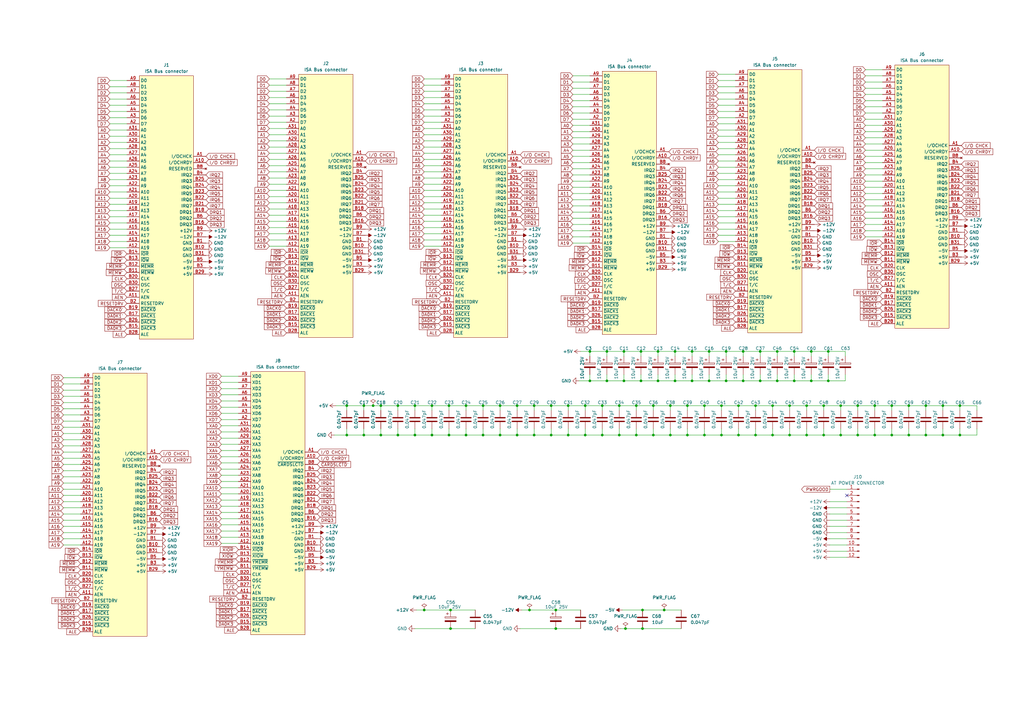
<source format=kicad_sch>
(kicad_sch (version 20230121) (generator eeschema)
  (paper "A3")
  (junction (at 255.905 144.145))
  (junction (at 241.935 156.21))
  (junction (at 325.755 156.21))
  (junction (at 276.86 156.21))
  (junction (at 309.88 178.435))
  (junction (at 269.875 156.21))
  (junction (at 302.895 178.435))
  (junction (at 372.745 178.435))
  (junction (at 283.845 156.21))
  (junction (at 142.24 166.37))
  (junction (at 379.73 166.37))
  (junction (at 344.805 178.435))
  (junction (at 365.76 166.37))
  (junction (at 226.06 166.37))
  (junction (at 339.725 144.145))
  (junction (at 255.905 156.21))
  (junction (at 372.745 166.37))
  (junction (at 240.03 178.435))
  (junction (at 386.715 166.37))
  (junction (at 316.865 166.37))
  (junction (at 260.985 178.435))
  (junction (at 323.85 166.37))
  (junction (at 217.17 250.19))
  (junction (at 304.8 156.21))
  (junction (at 290.83 144.145))
  (junction (at 283.845 144.145))
  (junction (at 325.755 144.145))
  (junction (at 267.97 166.37))
  (junction (at 233.045 166.37))
  (junction (at 297.815 144.145))
  (junction (at 227.965 257.81))
  (junction (at 248.92 156.21))
  (junction (at 263.525 250.19))
  (junction (at 295.91 166.37))
  (junction (at 170.18 178.435))
  (junction (at 142.24 178.435))
  (junction (at 323.85 178.435))
  (junction (at 337.82 178.435))
  (junction (at 332.74 156.21))
  (junction (at 173.99 250.19))
  (junction (at 241.935 144.145))
  (junction (at 379.73 178.435))
  (junction (at 344.805 166.37))
  (junction (at 339.725 156.21))
  (junction (at 267.97 178.435))
  (junction (at 226.06 178.435))
  (junction (at 184.15 178.435))
  (junction (at 212.09 178.435))
  (junction (at 262.89 144.145))
  (junction (at 318.77 144.145))
  (junction (at 272.415 250.19))
  (junction (at 297.815 156.21))
  (junction (at 263.525 257.81))
  (junction (at 281.94 178.435))
  (junction (at 260.985 166.37))
  (junction (at 316.865 178.435))
  (junction (at 184.785 250.19))
  (junction (at 351.79 166.37))
  (junction (at 330.835 178.435))
  (junction (at 386.715 178.435))
  (junction (at 358.775 166.37))
  (junction (at 184.785 257.81))
  (junction (at 191.135 166.37))
  (junction (at 177.165 166.37))
  (junction (at 302.895 166.37))
  (junction (at 288.925 166.37))
  (junction (at 337.82 166.37))
  (junction (at 304.8 144.145))
  (junction (at 274.955 178.435))
  (junction (at 205.105 166.37))
  (junction (at 274.955 166.37))
  (junction (at 254 178.435))
  (junction (at 288.925 178.435))
  (junction (at 163.195 166.37))
  (junction (at 156.21 178.435))
  (junction (at 311.785 144.145))
  (junction (at 184.15 166.37))
  (junction (at 219.075 166.37))
  (junction (at 198.12 178.435))
  (junction (at 247.015 166.37))
  (junction (at 191.135 178.435))
  (junction (at 311.785 156.21))
  (junction (at 276.86 144.145))
  (junction (at 254 166.37))
  (junction (at 358.775 178.435))
  (junction (at 247.015 178.435))
  (junction (at 365.76 178.435))
  (junction (at 256.54 257.81))
  (junction (at 156.21 166.37))
  (junction (at 351.79 178.435))
  (junction (at 233.045 178.435))
  (junction (at 330.835 166.37))
  (junction (at 281.94 166.37))
  (junction (at 309.88 166.37))
  (junction (at 163.195 178.435))
  (junction (at 227.965 250.19))
  (junction (at 198.12 166.37))
  (junction (at 212.09 166.37))
  (junction (at 248.92 144.145))
  (junction (at 205.105 178.435))
  (junction (at 177.165 178.435))
  (junction (at 153.035 166.37))
  (junction (at 393.7 166.37))
  (junction (at 332.74 144.145))
  (junction (at 149.225 166.37))
  (junction (at 290.83 156.21))
  (junction (at 262.89 156.21))
  (junction (at 240.03 166.37))
  (junction (at 149.225 178.435))
  (junction (at 269.875 144.145))
  (junction (at 170.18 166.37))
  (junction (at 393.7 178.435))
  (junction (at 219.075 178.435))
  (junction (at 295.91 178.435))
  (junction (at 318.77 156.21))
  (no_connect (at 347.345 203.2))
  (wire (pts (xy 110.49 60.325) (xy 117.475 60.325)))
  (wire (pts (xy 26.035 175.26) (xy 33.02 175.26)))
  (wire (pts (xy 26.035 213.36) (xy 33.02 213.36)))
  (wire (pts (xy 90.805 182.245) (xy 97.79 182.245)))
  (wire (pts (xy 294.64 66.04) (xy 301.625 66.04)))
  (wire (pts (xy 234.95 89.535) (xy 241.935 89.535)))
  (wire (pts (xy 400.685 178.435) (xy 400.685 175.895)))
  (wire (pts (xy 354.965 59.055) (xy 361.95 59.055)))
  (wire (pts (xy 365.76 178.435) (xy 372.745 178.435)))
  (wire (pts (xy 311.785 144.145) (xy 318.77 144.145)))
  (wire (pts (xy 45.085 81.28) (xy 52.07 81.28)))
  (wire (pts (xy 110.49 80.645) (xy 117.475 80.645)))
  (wire (pts (xy 241.935 156.21) (xy 241.935 153.67)))
  (wire (pts (xy 316.865 178.435) (xy 323.85 178.435)))
  (wire (pts (xy 281.94 166.37) (xy 288.925 166.37)))
  (wire (pts (xy 365.76 166.37) (xy 365.76 168.275)))
  (wire (pts (xy 332.74 144.145) (xy 339.725 144.145)))
  (wire (pts (xy 26.035 177.8) (xy 33.02 177.8)))
  (wire (pts (xy 340.36 215.9) (xy 347.345 215.9)))
  (wire (pts (xy 173.99 50.165) (xy 180.975 50.165)))
  (wire (pts (xy 340.36 223.52) (xy 347.345 223.52)))
  (wire (pts (xy 400.685 166.37) (xy 400.685 168.275)))
  (wire (pts (xy 173.99 80.645) (xy 180.975 80.645)))
  (wire (pts (xy 45.085 35.56) (xy 52.07 35.56)))
  (wire (pts (xy 90.805 215.265) (xy 97.79 215.265)))
  (wire (pts (xy 294.64 58.42) (xy 301.625 58.42)))
  (wire (pts (xy 198.12 178.435) (xy 198.12 175.895)))
  (wire (pts (xy 226.06 178.435) (xy 233.045 178.435)))
  (wire (pts (xy 351.79 166.37) (xy 351.79 168.275)))
  (wire (pts (xy 219.075 178.435) (xy 226.06 178.435)))
  (wire (pts (xy 173.99 55.245) (xy 180.975 55.245)))
  (wire (pts (xy 90.805 189.865) (xy 97.79 189.865)))
  (wire (pts (xy 340.36 218.44) (xy 347.345 218.44)))
  (wire (pts (xy 205.105 166.37) (xy 212.09 166.37)))
  (wire (pts (xy 346.71 156.21) (xy 346.71 153.67)))
  (wire (pts (xy 173.99 37.465) (xy 180.975 37.465)))
  (wire (pts (xy 110.49 45.085) (xy 117.475 45.085)))
  (wire (pts (xy 260.985 166.37) (xy 267.97 166.37)))
  (wire (pts (xy 177.165 178.435) (xy 184.15 178.435)))
  (wire (pts (xy 45.085 78.74) (xy 52.07 78.74)))
  (wire (pts (xy 274.955 178.435) (xy 274.955 175.895)))
  (wire (pts (xy 241.935 144.145) (xy 248.92 144.145)))
  (wire (pts (xy 386.715 166.37) (xy 393.7 166.37)))
  (wire (pts (xy 248.92 144.145) (xy 255.905 144.145)))
  (wire (pts (xy 198.12 166.37) (xy 205.105 166.37)))
  (wire (pts (xy 255.905 144.145) (xy 262.89 144.145)))
  (wire (pts (xy 272.415 250.19) (xy 279.4 250.19)))
  (wire (pts (xy 234.95 92.075) (xy 241.935 92.075)))
  (wire (pts (xy 294.64 30.48) (xy 301.625 30.48)))
  (wire (pts (xy 344.805 178.435) (xy 344.805 175.895)))
  (wire (pts (xy 276.86 144.145) (xy 283.845 144.145)))
  (wire (pts (xy 393.7 166.37) (xy 393.7 168.275)))
  (wire (pts (xy 332.74 156.21) (xy 339.725 156.21)))
  (wire (pts (xy 294.64 38.1) (xy 301.625 38.1)))
  (wire (pts (xy 337.82 166.37) (xy 337.82 168.275)))
  (wire (pts (xy 237.49 156.21) (xy 241.935 156.21)))
  (wire (pts (xy 90.805 205.105) (xy 97.79 205.105)))
  (wire (pts (xy 90.805 184.785) (xy 97.79 184.785)))
  (wire (pts (xy 254 178.435) (xy 260.985 178.435)))
  (wire (pts (xy 325.755 144.145) (xy 325.755 146.05)))
  (wire (pts (xy 294.64 78.74) (xy 301.625 78.74)))
  (wire (pts (xy 283.845 144.145) (xy 290.83 144.145)))
  (wire (pts (xy 110.49 52.705) (xy 117.475 52.705)))
  (wire (pts (xy 234.95 66.675) (xy 241.935 66.675)))
  (wire (pts (xy 294.64 45.72) (xy 301.625 45.72)))
  (wire (pts (xy 354.965 92.075) (xy 361.95 92.075)))
  (wire (pts (xy 173.99 52.705) (xy 180.975 52.705)))
  (wire (pts (xy 156.21 166.37) (xy 163.195 166.37)))
  (wire (pts (xy 294.64 55.88) (xy 301.625 55.88)))
  (wire (pts (xy 191.135 178.435) (xy 191.135 175.895)))
  (wire (pts (xy 173.99 67.945) (xy 180.975 67.945)))
  (wire (pts (xy 248.92 144.145) (xy 248.92 146.05)))
  (wire (pts (xy 170.18 178.435) (xy 177.165 178.435)))
  (wire (pts (xy 173.99 90.805) (xy 180.975 90.805)))
  (wire (pts (xy 226.06 166.37) (xy 226.06 168.275)))
  (wire (pts (xy 262.89 144.145) (xy 262.89 146.05)))
  (wire (pts (xy 354.965 86.995) (xy 361.95 86.995)))
  (wire (pts (xy 234.95 48.895) (xy 241.935 48.895)))
  (wire (pts (xy 173.99 70.485) (xy 180.975 70.485)))
  (wire (pts (xy 304.8 144.145) (xy 304.8 146.05)))
  (wire (pts (xy 283.845 156.21) (xy 290.83 156.21)))
  (wire (pts (xy 45.085 43.18) (xy 52.07 43.18)))
  (wire (pts (xy 142.24 178.435) (xy 142.24 175.895)))
  (wire (pts (xy 267.97 178.435) (xy 267.97 175.895)))
  (wire (pts (xy 45.085 55.88) (xy 52.07 55.88)))
  (wire (pts (xy 386.715 178.435) (xy 393.7 178.435)))
  (wire (pts (xy 302.895 166.37) (xy 302.895 168.275)))
  (wire (pts (xy 294.64 40.64) (xy 301.625 40.64)))
  (wire (pts (xy 90.805 220.345) (xy 97.79 220.345)))
  (wire (pts (xy 294.64 71.12) (xy 301.625 71.12)))
  (wire (pts (xy 90.805 167.005) (xy 97.79 167.005)))
  (wire (pts (xy 234.95 86.995) (xy 241.935 86.995)))
  (wire (pts (xy 304.8 156.21) (xy 304.8 153.67)))
  (wire (pts (xy 255.905 156.21) (xy 255.905 153.67)))
  (wire (pts (xy 281.94 166.37) (xy 281.94 168.275)))
  (wire (pts (xy 90.805 207.645) (xy 97.79 207.645)))
  (wire (pts (xy 177.165 166.37) (xy 184.15 166.37)))
  (wire (pts (xy 294.64 81.28) (xy 301.625 81.28)))
  (wire (pts (xy 295.91 166.37) (xy 295.91 168.275)))
  (wire (pts (xy 238.125 144.145) (xy 241.935 144.145)))
  (wire (pts (xy 173.99 100.965) (xy 180.975 100.965)))
  (wire (pts (xy 173.99 62.865) (xy 180.975 62.865)))
  (wire (pts (xy 234.95 71.755) (xy 241.935 71.755)))
  (wire (pts (xy 340.36 200.66) (xy 347.345 200.66)))
  (wire (pts (xy 294.64 43.18) (xy 301.625 43.18)))
  (wire (pts (xy 156.21 178.435) (xy 163.195 178.435)))
  (wire (pts (xy 255.27 250.19) (xy 263.525 250.19)))
  (wire (pts (xy 170.18 166.37) (xy 170.18 168.275)))
  (wire (pts (xy 234.95 69.215) (xy 241.935 69.215)))
  (wire (pts (xy 173.99 95.885) (xy 180.975 95.885)))
  (wire (pts (xy 90.805 169.545) (xy 97.79 169.545)))
  (wire (pts (xy 26.035 198.12) (xy 33.02 198.12)))
  (wire (pts (xy 294.64 76.2) (xy 301.625 76.2)))
  (wire (pts (xy 240.03 178.435) (xy 247.015 178.435)))
  (wire (pts (xy 110.49 65.405) (xy 117.475 65.405)))
  (wire (pts (xy 297.815 156.21) (xy 304.8 156.21)))
  (wire (pts (xy 339.725 144.145) (xy 346.71 144.145)))
  (wire (pts (xy 351.79 178.435) (xy 358.775 178.435)))
  (wire (pts (xy 184.785 250.19) (xy 194.945 250.19)))
  (wire (pts (xy 318.77 144.145) (xy 318.77 146.05)))
  (wire (pts (xy 26.035 190.5) (xy 33.02 190.5)))
  (wire (pts (xy 142.24 166.37) (xy 142.24 168.275)))
  (wire (pts (xy 191.135 166.37) (xy 191.135 168.275)))
  (wire (pts (xy 274.955 178.435) (xy 281.94 178.435)))
  (wire (pts (xy 354.965 81.915) (xy 361.95 81.915)))
  (wire (pts (xy 340.36 205.74) (xy 347.345 205.74)))
  (wire (pts (xy 262.89 156.21) (xy 262.89 153.67)))
  (wire (pts (xy 233.045 166.37) (xy 240.03 166.37)))
  (wire (pts (xy 354.965 61.595) (xy 361.95 61.595)))
  (wire (pts (xy 173.99 85.725) (xy 180.975 85.725)))
  (wire (pts (xy 294.64 96.52) (xy 301.625 96.52)))
  (wire (pts (xy 213.36 257.81) (xy 227.965 257.81)))
  (wire (pts (xy 110.49 98.425) (xy 117.475 98.425)))
  (wire (pts (xy 318.77 156.21) (xy 325.755 156.21)))
  (wire (pts (xy 45.085 71.12) (xy 52.07 71.12)))
  (wire (pts (xy 90.805 174.625) (xy 97.79 174.625)))
  (wire (pts (xy 45.085 88.9) (xy 52.07 88.9)))
  (wire (pts (xy 294.64 68.58) (xy 301.625 68.58)))
  (wire (pts (xy 219.075 178.435) (xy 219.075 175.895)))
  (wire (pts (xy 110.49 75.565) (xy 117.475 75.565)))
  (wire (pts (xy 290.83 144.145) (xy 290.83 146.05)))
  (wire (pts (xy 212.09 178.435) (xy 219.075 178.435)))
  (wire (pts (xy 173.99 250.19) (xy 184.785 250.19)))
  (wire (pts (xy 302.895 178.435) (xy 309.88 178.435)))
  (wire (pts (xy 311.785 144.145) (xy 311.785 146.05)))
  (wire (pts (xy 45.085 76.2) (xy 52.07 76.2)))
  (wire (pts (xy 184.15 166.37) (xy 191.135 166.37)))
  (wire (pts (xy 248.92 156.21) (xy 248.92 153.67)))
  (wire (pts (xy 365.76 178.435) (xy 365.76 175.895)))
  (wire (pts (xy 256.54 257.81) (xy 263.525 257.81)))
  (wire (pts (xy 45.085 86.36) (xy 52.07 86.36)))
  (wire (pts (xy 45.085 83.82) (xy 52.07 83.82)))
  (wire (pts (xy 212.09 178.435) (xy 212.09 175.895)))
  (wire (pts (xy 110.49 73.025) (xy 117.475 73.025)))
  (wire (pts (xy 226.06 166.37) (xy 233.045 166.37)))
  (wire (pts (xy 241.935 156.21) (xy 248.92 156.21)))
  (wire (pts (xy 294.64 83.82) (xy 301.625 83.82)))
  (wire (pts (xy 379.73 178.435) (xy 386.715 178.435)))
  (wire (pts (xy 234.95 94.615) (xy 241.935 94.615)))
  (wire (pts (xy 304.8 144.145) (xy 311.785 144.145)))
  (wire (pts (xy 339.725 156.21) (xy 339.725 153.67)))
  (wire (pts (xy 45.085 91.44) (xy 52.07 91.44)))
  (wire (pts (xy 295.91 178.435) (xy 302.895 178.435)))
  (wire (pts (xy 330.835 178.435) (xy 330.835 175.895)))
  (wire (pts (xy 240.03 178.435) (xy 240.03 175.895)))
  (wire (pts (xy 45.085 33.02) (xy 52.07 33.02)))
  (wire (pts (xy 337.82 178.435) (xy 337.82 175.895)))
  (wire (pts (xy 234.95 33.655) (xy 241.935 33.655)))
  (wire (pts (xy 330.835 166.37) (xy 337.82 166.37)))
  (wire (pts (xy 260.985 178.435) (xy 267.97 178.435)))
  (wire (pts (xy 247.015 166.37) (xy 254 166.37)))
  (wire (pts (xy 90.805 197.485) (xy 97.79 197.485)))
  (wire (pts (xy 234.95 84.455) (xy 241.935 84.455)))
  (wire (pts (xy 354.965 53.975) (xy 361.95 53.975)))
  (wire (pts (xy 330.835 166.37) (xy 330.835 168.275)))
  (wire (pts (xy 297.815 144.145) (xy 297.815 146.05)))
  (wire (pts (xy 110.49 85.725) (xy 117.475 85.725)))
  (wire (pts (xy 149.225 166.37) (xy 149.225 168.275)))
  (wire (pts (xy 276.86 144.145) (xy 276.86 146.05)))
  (wire (pts (xy 26.035 193.04) (xy 33.02 193.04)))
  (wire (pts (xy 254.635 257.81) (xy 256.54 257.81)))
  (wire (pts (xy 234.95 36.195) (xy 241.935 36.195)))
  (wire (pts (xy 90.805 172.085) (xy 97.79 172.085)))
  (wire (pts (xy 170.815 250.19) (xy 173.99 250.19)))
  (wire (pts (xy 205.105 166.37) (xy 205.105 168.275)))
  (wire (pts (xy 191.135 166.37) (xy 198.12 166.37)))
  (wire (pts (xy 294.64 93.98) (xy 301.625 93.98)))
  (wire (pts (xy 45.085 99.06) (xy 52.07 99.06)))
  (wire (pts (xy 219.075 166.37) (xy 219.075 168.275)))
  (wire (pts (xy 233.045 166.37) (xy 233.045 168.275)))
  (wire (pts (xy 26.035 160.02) (xy 33.02 160.02)))
  (wire (pts (xy 26.035 157.48) (xy 33.02 157.48)))
  (wire (pts (xy 90.805 179.705) (xy 97.79 179.705)))
  (wire (pts (xy 212.09 166.37) (xy 212.09 168.275)))
  (wire (pts (xy 90.805 202.565) (xy 97.79 202.565)))
  (wire (pts (xy 294.64 53.34) (xy 301.625 53.34)))
  (wire (pts (xy 26.035 195.58) (xy 33.02 195.58)))
  (wire (pts (xy 173.99 40.005) (xy 180.975 40.005)))
  (wire (pts (xy 295.91 166.37) (xy 302.895 166.37)))
  (wire (pts (xy 26.035 215.9) (xy 33.02 215.9)))
  (wire (pts (xy 191.135 178.435) (xy 198.12 178.435)))
  (wire (pts (xy 323.85 166.37) (xy 330.835 166.37)))
  (wire (pts (xy 110.49 57.785) (xy 117.475 57.785)))
  (wire (pts (xy 26.035 167.64) (xy 33.02 167.64)))
  (wire (pts (xy 267.97 178.435) (xy 274.955 178.435)))
  (wire (pts (xy 170.18 166.37) (xy 177.165 166.37)))
  (wire (pts (xy 274.955 166.37) (xy 274.955 168.275)))
  (wire (pts (xy 393.7 178.435) (xy 393.7 175.895)))
  (wire (pts (xy 248.92 156.21) (xy 255.905 156.21)))
  (wire (pts (xy 276.86 156.21) (xy 283.845 156.21)))
  (wire (pts (xy 354.965 66.675) (xy 361.95 66.675)))
  (wire (pts (xy 337.82 166.37) (xy 344.805 166.37)))
  (wire (pts (xy 90.805 194.945) (xy 97.79 194.945)))
  (wire (pts (xy 354.965 41.275) (xy 361.95 41.275)))
  (wire (pts (xy 110.49 47.625) (xy 117.475 47.625)))
  (wire (pts (xy 304.8 156.21) (xy 311.785 156.21)))
  (wire (pts (xy 110.49 83.185) (xy 117.475 83.185)))
  (wire (pts (xy 325.755 156.21) (xy 325.755 153.67)))
  (wire (pts (xy 26.035 218.44) (xy 33.02 218.44)))
  (wire (pts (xy 294.64 50.8) (xy 301.625 50.8)))
  (wire (pts (xy 386.715 178.435) (xy 386.715 175.895)))
  (wire (pts (xy 90.805 154.305) (xy 97.79 154.305)))
  (wire (pts (xy 170.18 257.81) (xy 184.785 257.81)))
  (wire (pts (xy 45.085 45.72) (xy 52.07 45.72)))
  (wire (pts (xy 234.95 61.595) (xy 241.935 61.595)))
  (wire (pts (xy 283.845 144.145) (xy 283.845 146.05)))
  (wire (pts (xy 149.225 166.37) (xy 153.035 166.37)))
  (wire (pts (xy 316.865 178.435) (xy 316.865 175.895)))
  (wire (pts (xy 234.95 38.735) (xy 241.935 38.735)))
  (wire (pts (xy 26.035 162.56) (xy 33.02 162.56)))
  (wire (pts (xy 26.035 208.28) (xy 33.02 208.28)))
  (wire (pts (xy 354.965 84.455) (xy 361.95 84.455)))
  (wire (pts (xy 247.015 178.435) (xy 247.015 175.895)))
  (wire (pts (xy 288.925 166.37) (xy 288.925 168.275)))
  (wire (pts (xy 354.965 56.515) (xy 361.95 56.515)))
  (wire (pts (xy 90.805 200.025) (xy 97.79 200.025)))
  (wire (pts (xy 26.035 223.52) (xy 33.02 223.52)))
  (wire (pts (xy 205.105 178.435) (xy 212.09 178.435)))
  (wire (pts (xy 173.99 98.425) (xy 180.975 98.425)))
  (wire (pts (xy 325.755 156.21) (xy 332.74 156.21)))
  (wire (pts (xy 311.785 156.21) (xy 318.77 156.21)))
  (wire (pts (xy 177.165 178.435) (xy 177.165 175.895)))
  (wire (pts (xy 269.875 144.145) (xy 269.875 146.05)))
  (wire (pts (xy 340.36 228.6) (xy 347.345 228.6)))
  (wire (pts (xy 281.94 178.435) (xy 281.94 175.895)))
  (wire (pts (xy 110.49 32.385) (xy 117.475 32.385)))
  (wire (pts (xy 163.195 166.37) (xy 163.195 168.275)))
  (wire (pts (xy 340.36 220.98) (xy 347.345 220.98)))
  (wire (pts (xy 241.935 144.145) (xy 241.935 146.05)))
  (wire (pts (xy 90.805 159.385) (xy 97.79 159.385)))
  (wire (pts (xy 290.83 156.21) (xy 290.83 153.67)))
  (wire (pts (xy 269.875 156.21) (xy 269.875 153.67)))
  (wire (pts (xy 90.805 156.845) (xy 97.79 156.845)))
  (wire (pts (xy 354.965 51.435) (xy 361.95 51.435)))
  (wire (pts (xy 323.85 178.435) (xy 323.85 175.895)))
  (wire (pts (xy 110.49 62.865) (xy 117.475 62.865)))
  (wire (pts (xy 137.16 178.435) (xy 142.24 178.435)))
  (wire (pts (xy 173.99 65.405) (xy 180.975 65.405)))
  (wire (pts (xy 205.105 178.435) (xy 205.105 175.895)))
  (wire (pts (xy 142.24 166.37) (xy 149.225 166.37)))
  (wire (pts (xy 294.64 91.44) (xy 301.625 91.44)))
  (wire (pts (xy 354.965 31.115) (xy 361.95 31.115)))
  (wire (pts (xy 254 166.37) (xy 254 168.275)))
  (wire (pts (xy 110.49 50.165) (xy 117.475 50.165)))
  (wire (pts (xy 354.965 94.615) (xy 361.95 94.615)))
  (wire (pts (xy 340.36 210.82) (xy 347.345 210.82)))
  (wire (pts (xy 254 166.37) (xy 260.985 166.37)))
  (wire (pts (xy 173.99 57.785) (xy 180.975 57.785)))
  (wire (pts (xy 149.225 178.435) (xy 156.21 178.435)))
  (wire (pts (xy 45.085 60.96) (xy 52.07 60.96)))
  (wire (pts (xy 260.985 166.37) (xy 260.985 168.275)))
  (wire (pts (xy 149.225 178.435) (xy 149.225 175.895)))
  (wire (pts (xy 294.64 48.26) (xy 301.625 48.26)))
  (wire (pts (xy 309.88 166.37) (xy 309.88 168.275)))
  (wire (pts (xy 173.99 45.085) (xy 180.975 45.085)))
  (wire (pts (xy 45.085 68.58) (xy 52.07 68.58)))
  (wire (pts (xy 45.085 48.26) (xy 52.07 48.26)))
  (wire (pts (xy 344.805 178.435) (xy 351.79 178.435)))
  (wire (pts (xy 346.71 144.145) (xy 346.71 146.05)))
  (wire (pts (xy 323.85 178.435) (xy 330.835 178.435)))
  (wire (pts (xy 173.99 78.105) (xy 180.975 78.105)))
  (wire (pts (xy 276.86 156.21) (xy 276.86 153.67)))
  (wire (pts (xy 393.7 178.435) (xy 400.685 178.435)))
  (wire (pts (xy 227.965 250.19) (xy 238.125 250.19)))
  (wire (pts (xy 142.24 178.435) (xy 149.225 178.435)))
  (wire (pts (xy 173.99 83.185) (xy 180.975 83.185)))
  (wire (pts (xy 110.49 55.245) (xy 117.475 55.245)))
  (wire (pts (xy 354.965 89.535) (xy 361.95 89.535)))
  (wire (pts (xy 354.965 74.295) (xy 361.95 74.295)))
  (wire (pts (xy 344.805 166.37) (xy 351.79 166.37)))
  (wire (pts (xy 90.805 222.885) (xy 97.79 222.885)))
  (wire (pts (xy 110.49 95.885) (xy 117.475 95.885)))
  (wire (pts (xy 294.64 88.9) (xy 301.625 88.9)))
  (wire (pts (xy 234.95 56.515) (xy 241.935 56.515)))
  (wire (pts (xy 90.805 164.465) (xy 97.79 164.465)))
  (wire (pts (xy 354.965 38.735) (xy 361.95 38.735)))
  (wire (pts (xy 372.745 166.37) (xy 372.745 168.275)))
  (wire (pts (xy 255.905 156.21) (xy 262.89 156.21)))
  (wire (pts (xy 110.49 34.925) (xy 117.475 34.925)))
  (wire (pts (xy 110.49 42.545) (xy 117.475 42.545)))
  (wire (pts (xy 351.79 166.37) (xy 358.775 166.37)))
  (wire (pts (xy 233.045 178.435) (xy 233.045 175.895)))
  (wire (pts (xy 198.12 166.37) (xy 198.12 168.275)))
  (wire (pts (xy 26.035 210.82) (xy 33.02 210.82)))
  (wire (pts (xy 288.925 178.435) (xy 295.91 178.435)))
  (wire (pts (xy 26.035 165.1) (xy 33.02 165.1)))
  (wire (pts (xy 90.805 212.725) (xy 97.79 212.725)))
  (wire (pts (xy 288.925 166.37) (xy 295.91 166.37)))
  (wire (pts (xy 90.805 217.805) (xy 97.79 217.805)))
  (wire (pts (xy 354.965 97.155) (xy 361.95 97.155)))
  (wire (pts (xy 173.99 93.345) (xy 180.975 93.345)))
  (wire (pts (xy 234.95 64.135) (xy 241.935 64.135)))
  (wire (pts (xy 354.965 36.195) (xy 361.95 36.195)))
  (wire (pts (xy 354.965 69.215) (xy 361.95 69.215)))
  (wire (pts (xy 323.85 166.37) (xy 323.85 168.275)))
  (wire (pts (xy 294.64 86.36) (xy 301.625 86.36)))
  (wire (pts (xy 240.03 166.37) (xy 247.015 166.37)))
  (wire (pts (xy 290.83 156.21) (xy 297.815 156.21)))
  (wire (pts (xy 234.95 76.835) (xy 241.935 76.835)))
  (wire (pts (xy 354.965 43.815) (xy 361.95 43.815)))
  (wire (pts (xy 240.03 166.37) (xy 240.03 168.275)))
  (wire (pts (xy 297.815 144.145) (xy 304.8 144.145)))
  (wire (pts (xy 354.965 46.355) (xy 361.95 46.355)))
  (wire (pts (xy 45.085 73.66) (xy 52.07 73.66)))
  (wire (pts (xy 173.99 60.325) (xy 180.975 60.325)))
  (wire (pts (xy 26.035 154.94) (xy 33.02 154.94)))
  (wire (pts (xy 354.965 48.895) (xy 361.95 48.895)))
  (wire (pts (xy 163.195 166.37) (xy 170.18 166.37)))
  (wire (pts (xy 45.085 50.8) (xy 52.07 50.8)))
  (wire (pts (xy 283.845 156.21) (xy 283.845 153.67)))
  (wire (pts (xy 234.95 99.695) (xy 241.935 99.695)))
  (wire (pts (xy 26.035 172.72) (xy 33.02 172.72)))
  (wire (pts (xy 340.36 208.28) (xy 347.345 208.28)))
  (wire (pts (xy 177.165 166.37) (xy 177.165 168.275)))
  (wire (pts (xy 267.97 166.37) (xy 267.97 168.275)))
  (wire (pts (xy 45.085 53.34) (xy 52.07 53.34)))
  (wire (pts (xy 358.775 166.37) (xy 365.76 166.37)))
  (wire (pts (xy 332.74 156.21) (xy 332.74 153.67)))
  (wire (pts (xy 372.745 178.435) (xy 379.73 178.435)))
  (wire (pts (xy 365.76 166.37) (xy 372.745 166.37)))
  (wire (pts (xy 212.09 166.37) (xy 219.075 166.37)))
  (wire (pts (xy 156.21 178.435) (xy 156.21 175.895)))
  (wire (pts (xy 26.035 185.42) (xy 33.02 185.42)))
  (wire (pts (xy 309.88 178.435) (xy 309.88 175.895)))
  (wire (pts (xy 269.875 144.145) (xy 276.86 144.145)))
  (wire (pts (xy 372.745 178.435) (xy 372.745 175.895)))
  (wire (pts (xy 110.49 88.265) (xy 117.475 88.265)))
  (wire (pts (xy 379.73 166.37) (xy 379.73 168.275)))
  (wire (pts (xy 233.045 178.435) (xy 240.03 178.435)))
  (wire (pts (xy 234.95 31.115) (xy 241.935 31.115)))
  (wire (pts (xy 184.15 178.435) (xy 184.15 175.895)))
  (wire (pts (xy 26.035 200.66) (xy 33.02 200.66)))
  (wire (pts (xy 170.18 178.435) (xy 170.18 175.895)))
  (wire (pts (xy 274.955 166.37) (xy 281.94 166.37)))
  (wire (pts (xy 354.965 79.375) (xy 361.95 79.375)))
  (wire (pts (xy 263.525 250.19) (xy 272.415 250.19)))
  (wire (pts (xy 110.49 93.345) (xy 117.475 93.345)))
  (wire (pts (xy 234.95 43.815) (xy 241.935 43.815)))
  (wire (pts (xy 45.085 40.64) (xy 52.07 40.64)))
  (wire (pts (xy 340.36 226.06) (xy 347.345 226.06)))
  (wire (pts (xy 294.64 33.02) (xy 301.625 33.02)))
  (wire (pts (xy 234.95 81.915) (xy 241.935 81.915)))
  (wire (pts (xy 344.805 166.37) (xy 344.805 168.275)))
  (wire (pts (xy 234.95 51.435) (xy 241.935 51.435)))
  (wire (pts (xy 163.195 178.435) (xy 163.195 175.895)))
  (wire (pts (xy 267.97 166.37) (xy 274.955 166.37)))
  (wire (pts (xy 316.865 166.37) (xy 323.85 166.37)))
  (wire (pts (xy 45.085 38.1) (xy 52.07 38.1)))
  (wire (pts (xy 45.085 96.52) (xy 52.07 96.52)))
  (wire (pts (xy 330.835 178.435) (xy 337.82 178.435)))
  (wire (pts (xy 234.95 97.155) (xy 241.935 97.155)))
  (wire (pts (xy 137.795 166.37) (xy 142.24 166.37)))
  (wire (pts (xy 379.73 178.435) (xy 379.73 175.895)))
  (wire (pts (xy 226.06 178.435) (xy 226.06 175.895)))
  (wire (pts (xy 173.99 88.265) (xy 180.975 88.265)))
  (wire (pts (xy 358.775 178.435) (xy 365.76 178.435)))
  (wire (pts (xy 26.035 205.74) (xy 33.02 205.74)))
  (wire (pts (xy 153.035 166.37) (xy 156.21 166.37)))
  (wire (pts (xy 358.775 166.37) (xy 358.775 168.275)))
  (wire (pts (xy 325.755 144.145) (xy 332.74 144.145)))
  (wire (pts (xy 227.965 257.81) (xy 238.125 257.81)))
  (wire (pts (xy 26.035 187.96) (xy 33.02 187.96)))
  (wire (pts (xy 386.715 166.37) (xy 386.715 168.275)))
  (wire (pts (xy 247.015 178.435) (xy 254 178.435)))
  (wire (pts (xy 339.725 156.21) (xy 346.71 156.21)))
  (wire (pts (xy 234.95 79.375) (xy 241.935 79.375)))
  (wire (pts (xy 294.64 35.56) (xy 301.625 35.56)))
  (wire (pts (xy 110.49 90.805) (xy 117.475 90.805)))
  (wire (pts (xy 294.64 63.5) (xy 301.625 63.5)))
  (wire (pts (xy 332.74 144.145) (xy 332.74 146.05)))
  (wire (pts (xy 45.085 63.5) (xy 52.07 63.5)))
  (wire (pts (xy 213.995 250.19) (xy 217.17 250.19)))
  (wire (pts (xy 379.73 166.37) (xy 386.715 166.37)))
  (wire (pts (xy 26.035 170.18) (xy 33.02 170.18)))
  (wire (pts (xy 309.88 166.37) (xy 316.865 166.37)))
  (wire (pts (xy 90.805 187.325) (xy 97.79 187.325)))
  (wire (pts (xy 26.035 182.88) (xy 33.02 182.88)))
  (wire (pts (xy 90.805 192.405) (xy 97.79 192.405)))
  (wire (pts (xy 290.83 144.145) (xy 297.815 144.145)))
  (wire (pts (xy 255.905 144.145) (xy 255.905 146.05)))
  (wire (pts (xy 260.985 178.435) (xy 260.985 175.895)))
  (wire (pts (xy 354.965 76.835) (xy 361.95 76.835)))
  (wire (pts (xy 184.15 178.435) (xy 191.135 178.435)))
  (wire (pts (xy 302.895 166.37) (xy 309.88 166.37)))
  (wire (pts (xy 110.49 70.485) (xy 117.475 70.485)))
  (wire (pts (xy 234.95 41.275) (xy 241.935 41.275)))
  (wire (pts (xy 173.99 47.625) (xy 180.975 47.625)))
  (wire (pts (xy 110.49 37.465) (xy 117.475 37.465)))
  (wire (pts (xy 295.91 178.435) (xy 295.91 175.895)))
  (wire (pts (xy 90.805 161.925) (xy 97.79 161.925)))
  (wire (pts (xy 262.89 144.145) (xy 269.875 144.145)))
  (wire (pts (xy 173.99 32.385) (xy 180.975 32.385)))
  (wire (pts (xy 198.12 178.435) (xy 205.105 178.435)))
  (wire (pts (xy 173.99 42.545) (xy 180.975 42.545)))
  (wire (pts (xy 234.95 46.355) (xy 241.935 46.355)))
  (wire (pts (xy 316.865 166.37) (xy 316.865 168.275)))
  (wire (pts (xy 340.36 213.36) (xy 347.345 213.36)))
  (wire (pts (xy 45.085 93.98) (xy 52.07 93.98)))
  (wire (pts (xy 393.7 166.37) (xy 400.685 166.37)))
  (wire (pts (xy 217.17 250.19) (xy 227.965 250.19)))
  (wire (pts (xy 90.805 177.165) (xy 97.79 177.165)))
  (wire (pts (xy 269.875 156.21) (xy 276.86 156.21)))
  (wire (pts (xy 354.965 64.135) (xy 361.95 64.135)))
  (wire (pts (xy 45.085 58.42) (xy 52.07 58.42)))
  (wire (pts (xy 294.64 73.66) (xy 301.625 73.66)))
  (wire (pts (xy 156.21 166.37) (xy 156.21 168.275)))
  (wire (pts (xy 294.64 60.96) (xy 301.625 60.96)))
  (wire (pts (xy 351.79 178.435) (xy 351.79 175.895)))
  (wire (pts (xy 354.965 28.575) (xy 361.95 28.575)))
  (wire (pts (xy 184.15 166.37) (xy 184.15 168.275)))
  (wire (pts (xy 311.785 156.21) (xy 311.785 153.67)))
  (wire (pts (xy 288.925 178.435) (xy 288.925 175.895)))
  (wire (pts (xy 309.88 178.435) (xy 316.865 178.435)))
  (wire (pts (xy 163.195 178.435) (xy 170.18 178.435)))
  (wire (pts (xy 281.94 178.435) (xy 288.925 178.435)))
  (wire (pts (xy 372.745 166.37) (xy 379.73 166.37)))
  (wire (pts (xy 110.49 40.005) (xy 117.475 40.005)))
  (wire (pts (xy 263.525 257.81) (xy 279.4 257.81)))
  (wire (pts (xy 294.64 99.06) (xy 301.625 99.06)))
  (wire (pts (xy 247.015 166.37) (xy 247.015 168.275)))
  (wire (pts (xy 234.95 59.055) (xy 241.935 59.055)))
  (wire (pts (xy 339.725 144.145) (xy 339.725 146.05)))
  (wire (pts (xy 110.49 100.965) (xy 117.475 100.965)))
  (wire (pts (xy 358.775 178.435) (xy 358.775 175.895)))
  (wire (pts (xy 254 178.435) (xy 254 175.895)))
  (wire (pts (xy 173.99 73.025) (xy 180.975 73.025)))
  (wire (pts (xy 110.49 67.945) (xy 117.475 67.945)))
  (wire (pts (xy 297.815 156.21) (xy 297.815 153.67)))
  (wire (pts (xy 302.895 178.435) (xy 302.895 175.895)))
  (wire (pts (xy 26.035 220.98) (xy 33.02 220.98)))
  (wire (pts (xy 234.95 74.295) (xy 241.935 74.295)))
  (wire (pts (xy 337.82 178.435) (xy 344.805 178.435)))
  (wire (pts (xy 354.965 33.655) (xy 361.95 33.655)))
  (wire (pts (xy 45.085 66.04) (xy 52.07 66.04)))
  (wire (pts (xy 26.035 203.2) (xy 33.02 203.2)))
  (wire (pts (xy 234.95 53.975) (xy 241.935 53.975)))
  (wire (pts (xy 354.965 71.755) (xy 361.95 71.755)))
  (wire (pts (xy 173.99 34.925) (xy 180.975 34.925)))
  (wire (pts (xy 90.805 210.185) (xy 97.79 210.185)))
  (wire (pts (xy 45.085 101.6) (xy 52.07 101.6)))
  (wire (pts (xy 262.89 156.21) (xy 269.875 156.21)))
  (wire (pts (xy 184.785 257.81) (xy 194.945 257.81)))
  (wire (pts (xy 318.77 156.21) (xy 318.77 153.67)))
  (wire (pts (xy 173.99 75.565) (xy 180.975 75.565)))
  (wire (pts (xy 318.77 144.145) (xy 325.755 144.145)))
  (wire (pts (xy 219.075 166.37) (xy 226.06 166.37)))
  (wire (pts (xy 26.035 180.34) (xy 33.02 180.34)))
  (wire (pts (xy 110.49 78.105) (xy 117.475 78.105)))
  (global_label "A16" (shape input) (at 26.035 215.9 180) (property "Intersheetrefs" "${INTERSHEET_REFS}" (effects hide)))
  (global_label "A17" (shape input) (at 234.95 94.615 180) (property "Intersheetrefs" "${INTERSHEET_REFS}" (effects hide)))
  (global_label "ALE" (shape input) (at 361.95 132.715 180) (property "Intersheetrefs" "${INTERSHEET_REFS}" (effects hide)))
  (global_label "~{DA0K2}'" (shape input) (at 33.02 254 180) (property "Intersheetrefs" "${INTERSHEET_REFS}" (effects hide)))
  (global_label "IRQ3" (shape input) (at 274.32 72.39 0) (property "Intersheetrefs" "${INTERSHEET_REFS}" (effects hide)))
  (global_label "XA6" (shape input) (at 90.805 189.865 180) (property "Intersheetrefs" "${INTERSHEET_REFS}" (effects hide)))
  (global_label "ALE" (shape input) (at 180.975 136.525 180) (property "Intersheetrefs" "${INTERSHEET_REFS}" (effects hide)))
  (global_label "D2" (shape input) (at 45.085 38.1 180) (property "Intersheetrefs" "${INTERSHEET_REFS}" (effects hide)))
  (global_label "ALE" (shape input) (at 301.625 134.62 180) (property "Intersheetrefs" "${INTERSHEET_REFS}" (effects hide)))
  (global_label "IRQ6" (shape input) (at 213.36 81.28 0) (property "Intersheetrefs" "${INTERSHEET_REFS}" (effects hide)))
  (global_label "D5" (shape input) (at 110.49 45.085 180) (property "Intersheetrefs" "${INTERSHEET_REFS}" (effects hide)))
  (global_label "A18" (shape input) (at 294.64 96.52 180) (property "Intersheetrefs" "${INTERSHEET_REFS}" (effects hide)))
  (global_label "I{slash}O CHRDY" (shape input) (at 149.86 66.04 0) (property "Intersheetrefs" "${INTERSHEET_REFS}" (effects hide)))
  (global_label "RESETDRV" (shape input) (at 301.625 121.92 180) (property "Intersheetrefs" "${INTERSHEET_REFS}" (effects hide)))
  (global_label "A12" (shape input) (at 110.49 83.185 180) (property "Intersheetrefs" "${INTERSHEET_REFS}" (effects hide)))
  (global_label "A7" (shape input) (at 26.035 193.04 180) (property "Intersheetrefs" "${INTERSHEET_REFS}" (effects hide)))
  (global_label "~{DA0K1}'" (shape input) (at 180.975 128.905 180) (property "Intersheetrefs" "${INTERSHEET_REFS}" (effects hide)))
  (global_label "I{slash}O CHCK" (shape input) (at 394.335 59.69 0) (property "Intersheetrefs" "${INTERSHEET_REFS}" (effects hide)))
  (global_label "D3" (shape input) (at 234.95 38.735 180) (property "Intersheetrefs" "${INTERSHEET_REFS}" (effects hide)))
  (global_label "IRQ7" (shape input) (at 130.175 205.74 0) (property "Intersheetrefs" "${INTERSHEET_REFS}" (effects hide)))
  (global_label "IRQ5" (shape input) (at 130.175 200.66 0) (property "Intersheetrefs" "${INTERSHEET_REFS}" (effects hide)))
  (global_label "A17" (shape input) (at 26.035 218.44 180) (property "Intersheetrefs" "${INTERSHEET_REFS}" (effects hide)))
  (global_label "IRQ4" (shape input) (at 274.32 74.93 0) (property "Intersheetrefs" "${INTERSHEET_REFS}" (effects hide)))
  (global_label "A17" (shape input) (at 354.965 92.075 180) (property "Intersheetrefs" "${INTERSHEET_REFS}" (effects hide)))
  (global_label "XD2" (shape input) (at 90.805 159.385 180) (property "Intersheetrefs" "${INTERSHEET_REFS}" (effects hide)))
  (global_label "D1" (shape input) (at 294.64 33.02 180) (property "Intersheetrefs" "${INTERSHEET_REFS}" (effects hide)))
  (global_label "~{DA0K2}'" (shape input) (at 97.79 253.365 180) (property "Intersheetrefs" "${INTERSHEET_REFS}" (effects hide)))
  (global_label "RESETDRV" (shape input) (at 241.935 122.555 180) (property "Intersheetrefs" "${INTERSHEET_REFS}" (effects hide)))
  (global_label "D4" (shape input) (at 45.085 43.18 180) (property "Intersheetrefs" "${INTERSHEET_REFS}" (effects hide)))
  (global_label "IRQ4" (shape input) (at 84.455 76.835 0) (property "Intersheetrefs" "${INTERSHEET_REFS}" (effects hide)))
  (global_label "A5" (shape input) (at 173.99 65.405 180) (property "Intersheetrefs" "${INTERSHEET_REFS}" (effects hide)))
  (global_label "A10" (shape input) (at 110.49 78.105 180) (property "Intersheetrefs" "${INTERSHEET_REFS}" (effects hide)))
  (global_label "A11" (shape input) (at 26.035 203.2 180) (property "Intersheetrefs" "${INTERSHEET_REFS}" (effects hide)))
  (global_label "DRQ1" (shape input) (at 394.335 82.55 0) (property "Intersheetrefs" "${INTERSHEET_REFS}" (effects hide)))
  (global_label "D5" (shape input) (at 294.64 43.18 180) (property "Intersheetrefs" "${INTERSHEET_REFS}" (effects hide)))
  (global_label "OSC" (shape input) (at 241.935 114.935 180) (property "Intersheetrefs" "${INTERSHEET_REFS}" (effects hide)))
  (global_label "A4" (shape input) (at 26.035 185.42 180) (property "Intersheetrefs" "${INTERSHEET_REFS}" (effects hide)))
  (global_label "A16" (shape input) (at 294.64 91.44 180) (property "Intersheetrefs" "${INTERSHEET_REFS}" (effects hide)))
  (global_label "~{IOR}'" (shape input) (at 33.02 226.06 180) (property "Intersheetrefs" "${INTERSHEET_REFS}" (effects hide)))
  (global_label "XA15" (shape input) (at 90.805 212.725 180) (property "Intersheetrefs" "${INTERSHEET_REFS}" (effects hide)))
  (global_label "D6" (shape input) (at 294.64 45.72 180) (property "Intersheetrefs" "${INTERSHEET_REFS}" (effects hide)))
  (global_label "XA7" (shape input) (at 90.805 192.405 180) (property "Intersheetrefs" "${INTERSHEET_REFS}" (effects hide)))
  (global_label "A10" (shape input) (at 354.965 74.295 180) (property "Intersheetrefs" "${INTERSHEET_REFS}" (effects hide)))
  (global_label "D6" (shape input) (at 173.99 47.625 180) (property "Intersheetrefs" "${INTERSHEET_REFS}" (effects hide)))
  (global_label "CLK" (shape input) (at 241.935 112.395 180) (property "Intersheetrefs" "${INTERSHEET_REFS}" (effects hide)))
  (global_label "A11" (shape input) (at 173.99 80.645 180) (property "Intersheetrefs" "${INTERSHEET_REFS}" (effects hide)))
  (global_label "DRQ1" (shape input) (at 213.36 86.36 0) (property "Intersheetrefs" "${INTERSHEET_REFS}" (effects hide)))
  (global_label "A10" (shape input) (at 173.99 78.105 180) (property "Intersheetrefs" "${INTERSHEET_REFS}" (effects hide)))
  (global_label "IRQ3" (shape input) (at 149.86 73.66 0) (property "Intersheetrefs" "${INTERSHEET_REFS}" (effects hide)))
  (global_label "A19" (shape input) (at 45.085 101.6 180) (property "Intersheetrefs" "${INTERSHEET_REFS}" (effects hide)))
  (global_label "T{slash}C" (shape input) (at 361.95 114.935 180) (property "Intersheetrefs" "${INTERSHEET_REFS}" (effects hide)))
  (global_label "A7" (shape input) (at 110.49 70.485 180) (property "Intersheetrefs" "${INTERSHEET_REFS}" (effects hide)))
  (global_label "DRQ2" (shape input) (at 84.455 89.535 0) (property "Intersheetrefs" "${INTERSHEET_REFS}" (effects hide)))
  (global_label "T{slash}C" (shape input) (at 33.02 241.3 180) (property "Intersheetrefs" "${INTERSHEET_REFS}" (effects hide)))
  (global_label "AEN" (shape input) (at 180.975 121.285 180) (property "Intersheetrefs" "${INTERSHEET_REFS}" (effects hide)))
  (global_label "~{DA0K1}'" (shape input) (at 33.02 251.46 180) (property "Intersheetrefs" "${INTERSHEET_REFS}" (effects hide)))
  (global_label "A12" (shape input) (at 45.085 83.82 180) (property "Intersheetrefs" "${INTERSHEET_REFS}" (effects hide)))
  (global_label "D0" (shape input) (at 354.965 28.575 180) (property "Intersheetrefs" "${INTERSHEET_REFS}" (effects hide)))
  (global_label "~{CARDSLCTD}'" (shape input) (at 130.175 190.5 0) (property "Intersheetrefs" "${INTERSHEET_REFS}" (effects hide)))
  (global_label "D0" (shape input) (at 110.49 32.385 180) (property "Intersheetrefs" "${INTERSHEET_REFS}" (effects hide)))
  (global_label "A9" (shape input) (at 294.64 73.66 180) (property "Intersheetrefs" "${INTERSHEET_REFS}" (effects hide)))
  (global_label "DRQ2" (shape input) (at 65.405 211.455 0) (property "Intersheetrefs" "${INTERSHEET_REFS}" (effects hide)))
  (global_label "IRQ2" (shape input) (at 274.32 69.85 0) (property "Intersheetrefs" "${INTERSHEET_REFS}" (effects hide)))
  (global_label "XA14" (shape input) (at 90.805 210.185 180) (property "Intersheetrefs" "${INTERSHEET_REFS}" (effects hide)))
  (global_label "D6" (shape input) (at 234.95 46.355 180) (property "Intersheetrefs" "${INTERSHEET_REFS}" (effects hide)))
  (global_label "IRQ2" (shape input) (at 394.335 67.31 0) (property "Intersheetrefs" "${INTERSHEET_REFS}" (effects hide)))
  (global_label "DRQ3" (shape input) (at 149.86 91.44 0) (property "Intersheetrefs" "${INTERSHEET_REFS}" (effects hide)))
  (global_label "~{MEMW}'" (shape input) (at 301.625 109.22 180) (property "Intersheetrefs" "${INTERSHEET_REFS}" (effects hide)))
  (global_label "~{IOR}'" (shape input) (at 180.975 103.505 180) (property "Intersheetrefs" "${INTERSHEET_REFS}" (effects hide)))
  (global_label "XA5" (shape input) (at 90.805 187.325 180) (property "Intersheetrefs" "${INTERSHEET_REFS}" (effects hide)))
  (global_label "IRQ7" (shape input) (at 213.36 83.82 0) (property "Intersheetrefs" "${INTERSHEET_REFS}" (effects hide)))
  (global_label "~{DA0K1}'" (shape input) (at 52.07 129.54 180) (property "Intersheetrefs" "${INTERSHEET_REFS}" (effects hide)))
  (global_label "XD5" (shape input) (at 90.805 167.005 180) (property "Intersheetrefs" "${INTERSHEET_REFS}" (effects hide)))
  (global_label "A16" (shape input) (at 173.99 93.345 180) (property "Intersheetrefs" "${INTERSHEET_REFS}" (effects hide)))
  (global_label "A5" (shape input) (at 294.64 63.5 180) (property "Intersheetrefs" "${INTERSHEET_REFS}" (effects hide)))
  (global_label "IRQ3" (shape input) (at 65.405 196.215 0) (property "Intersheetrefs" "${INTERSHEET_REFS}" (effects hide)))
  (global_label "A15" (shape input) (at 45.085 91.44 180) (property "Intersheetrefs" "${INTERSHEET_REFS}" (effects hide)))
  (global_label "A14" (shape input) (at 26.035 210.82 180) (property "Intersheetrefs" "${INTERSHEET_REFS}" (effects hide)))
  (global_label "A3" (shape input) (at 26.035 182.88 180) (property "Intersheetrefs" "${INTERSHEET_REFS}" (effects hide)))
  (global_label "T{slash}C" (shape input) (at 52.07 119.38 180) (property "Intersheetrefs" "${INTERSHEET_REFS}" (effects hide)))
  (global_label "IRQ7" (shape input) (at 274.32 82.55 0) (property "Intersheetrefs" "${INTERSHEET_REFS}" (effects hide)))
  (global_label "DRQ3" (shape input) (at 274.32 90.17 0) (property "Intersheetrefs" "${INTERSHEET_REFS}" (effects hide)))
  (global_label "IRQ2" (shape input) (at 149.86 71.12 0) (property "Intersheetrefs" "${INTERSHEET_REFS}" (effects hide)))
  (global_label "~{DA0K3}'" (shape input) (at 33.02 256.54 180) (property "Intersheetrefs" "${INTERSHEET_REFS}" (effects hide)))
  (global_label "IRQ3" (shape input) (at 334.01 71.755 0) (property "Intersheetrefs" "${INTERSHEET_REFS}" (effects hide)))
  (global_label "A19" (shape input) (at 354.965 97.155 180) (property "Intersheetrefs" "${INTERSHEET_REFS}" (effects hide)))
  (global_label "D6" (shape input) (at 354.965 43.815 180) (property "Intersheetrefs" "${INTERSHEET_REFS}" (effects hide)))
  (global_label "~{DACK0}'" (shape input) (at 241.935 125.095 180) (property "Intersheetrefs" "${INTERSHEET_REFS}" (effects hide)))
  (global_label "A5" (shape input) (at 110.49 65.405 180) (property "Intersheetrefs" "${INTERSHEET_REFS}" (effects hide)))
  (global_label "A6" (shape input) (at 110.49 67.945 180) (property "Intersheetrefs" "${INTERSHEET_REFS}" (effects hide)))
  (global_label "~{MEMW}'" (shape input) (at 52.07 111.76 180) (property "Intersheetrefs" "${INTERSHEET_REFS}" (effects hide)))
  (global_label "A12" (shape input) (at 294.64 81.28 180) (property "Intersheetrefs" "${INTERSHEET_REFS}" (effects hide)))
  (global_label "A13" (shape input) (at 234.95 84.455 180) (property "Intersheetrefs" "${INTERSHEET_REFS}" (effects hide)))
  (global_label "XA18" (shape input) (at 90.805 220.345 180) (property "Intersheetrefs" "${INTERSHEET_REFS}" (effects hide)))
  (global_label "XA10" (shape input) (at 90.805 200.025 180) (property "Intersheetrefs" "${INTERSHEET_REFS}" (effects hide)))
  (global_label "~{MEMW}'" (shape input) (at 180.975 111.125 180) (property "Intersheetrefs" "${INTERSHEET_REFS}" (effects hide)))
  (global_label "A10" (shape input) (at 45.085 78.74 180) (property "Intersheetrefs" "${INTERSHEET_REFS}" (effects hide)))
  (global_label "IRQ6" (shape input) (at 274.32 80.01 0) (property "Intersheetrefs" "${INTERSHEET_REFS}" (effects hide)))
  (global_label "IRQ5" (shape input) (at 394.335 74.93 0) (property "Intersheetrefs" "${INTERSHEET_REFS}" (effects hide)))
  (global_label "ALE" (shape input) (at 33.02 259.08 180) (property "Intersheetrefs" "${INTERSHEET_REFS}" (effects hide)))
  (global_label "A1" (shape input) (at 294.64 53.34 180) (property "Intersheetrefs" "${INTERSHEET_REFS}" (effects hide)))
  (global_label "IRQ7" (shape input) (at 65.405 206.375 0) (property "Intersheetrefs" "${INTERSHEET_REFS}" (effects hide)))
  (global_label "A19" (shape input) (at 110.49 100.965 180) (property "Intersheetrefs" "${INTERSHEET_REFS}" (effects hide)))
  (global_label "A12" (shape input) (at 354.965 79.375 180) (property "Intersheetrefs" "${INTERSHEET_REFS}" (effects hide)))
  (global_label "D4" (shape input) (at 354.965 38.735 180) (property "Intersheetrefs" "${INTERSHEET_REFS}" (effects hide)))
  (global_label "A2" (shape input) (at 26.035 180.34 180) (property "Intersheetrefs" "${INTERSHEET_REFS}" (effects hide)))
  (global_label "A18" (shape input) (at 110.49 98.425 180) (property "Intersheetrefs" "${INTERSHEET_REFS}" (effects hide)))
  (global_label "A5" (shape input) (at 234.95 64.135 180) (property "Intersheetrefs" "${INTERSHEET_REFS}" (effects hide)))
  (global_label "A2" (shape input) (at 354.965 53.975 180) (property "Intersheetrefs" "${INTERSHEET_REFS}" (effects hide)))
  (global_label "T{slash}C" (shape input) (at 180.975 118.745 180) (property "Intersheetrefs" "${INTERSHEET_REFS}" (effects hide)))
  (global_label "A8" (shape input) (at 354.965 69.215 180) (property "Intersheetrefs" "${INTERSHEET_REFS}" (effects hide)))
  (global_label "XA2" (shape input) (at 90.805 179.705 180) (property "Intersheetrefs" "${INTERSHEET_REFS}" (effects hide)))
  (global_label "D0" (shape input) (at 45.085 33.02 180) (property "Intersheetrefs" "${INTERSHEET_REFS}" (effects hide)))
  (global_label "I{slash}O CHCK" (shape input) (at 65.405 186.055 0) (property "Intersheetrefs" "${INTERSHEET_REFS}" (effects hide)))
  (global_label "A15" (shape input) (at 110.49 90.805 180) (property "Intersheetrefs" "${INTERSHEET_REFS}" (effects hide)))
  (global_label "A18" (shape input) (at 234.95 97.155 180) (property "Intersheetrefs" "${INTERSHEET_REFS}" (effects hide)))
  (global_label "D1" (shape input) (at 234.95 33.655 180) (property "Intersheetrefs" "${INTERSHEET_REFS}" (effects hide)))
  (global_label "~{MEMR}'" (shape input) (at 241.935 107.315 180) (property "Intersheetrefs" "${INTERSHEET_REFS}" (effects hide)))
  (global_label "XA16" (shape input) (at 90.805 215.265 180) (property "Intersheetrefs" "${INTERSHEET_REFS}" (effects hide)))
  (global_label "~{DA0K2}'" (shape input) (at 180.975 131.445 180) (property "Intersheetrefs" "${INTERSHEET_REFS}" (effects hide)))
  (global_label "IRQ6" (shape input) (at 84.455 81.915 0) (property "Intersheetrefs" "${INTERSHEET_REFS}" (effects hide)))
  (global_label "IRQ6" (shape input) (at 130.175 203.2 0) (property "Intersheetrefs" "${INTERSHEET_REFS}" (effects hide)))
  (global_label "XD4" (shape input) (at 90.805 164.465 180) (property "Intersheetrefs" "${INTERSHEET_REFS}" (effects hide)))
  (global_label "D7" (shape input) (at 45.085 50.8 180) (property "Intersheetrefs" "${INTERSHEET_REFS}" (effects hide)))
  (global_label "OSC" (shape input) (at 361.95 112.395 180) (property "Intersheetrefs" "${INTERSHEET_REFS}" (effects hide)))
  (global_label "A11" (shape input) (at 354.965 76.835 180) (property "Intersheetrefs" "${INTERSHEET_REFS}" (effects hide)))
  (global_label "OSC" (shape input) (at 97.79 238.125 180) (property "Intersheetrefs" "${INTERSHEET_REFS}" (effects hide)))
  (global_label "IRQ5" (shape input) (at 334.01 76.835 0) (property "Intersheetrefs" "${INTERSHEET_REFS}" (effects hide)))
  (global_label "A10" (shape input) (at 234.95 76.835 180) (property "Intersheetrefs" "${INTERSHEET_REFS}" (effects hide)))
  (global_label "D5" (shape input) (at 234.95 43.815 180) (property "Intersheetrefs" "${INTERSHEET_REFS}" (effects hide)))
  (global_label "A1" (shape input) (at 26.035 177.8 180) (property "Intersheetrefs" "${INTERSHEET_REFS}" (effects hide)))
  (global_label "A6" (shape input) (at 45.085 68.58 180) (property "Intersheetrefs" "${INTERSHEET_REFS}" (effects hide)))
  (global_label "D2" (shape input) (at 173.99 37.465 180) (property "Intersheetrefs" "${INTERSHEET_REFS}" (effects hide)))
  (global_label "A19" (shape input) (at 26.035 223.52 180) (property "Intersheetrefs" "${INTERSHEET_REFS}" (effects hide)))
  (global_label "IRQ6" (shape input) (at 334.01 79.375 0) (property "Intersheetrefs" "${INTERSHEET_REFS}" (effects hide)))
  (global_label "D3" (shape input) (at 45.085 40.64 180) (property "Intersheetrefs" "${INTERSHEET_REFS}" (effects hide)))
  (global_label "D6" (shape input) (at 45.085 48.26 180) (property "Intersheetrefs" "${INTERSHEET_REFS}" (effects hide)))
  (global_label "D0" (shape input) (at 173.99 32.385 180) (property "Intersheetrefs" "${INTERSHEET_REFS}" (effects hide)))
  (global_label "A11" (shape input) (at 110.49 80.645 180) (property "Intersheetrefs" "${INTERSHEET_REFS}" (effects hide)))
  (global_label "D7" (shape input) (at 354.965 46.355 180) (property "Intersheetrefs" "${INTERSHEET_REFS}" (effects hide)))
  (global_label "A16" (shape input) (at 45.085 93.98 180) (property "Intersheetrefs" "${INTERSHEET_REFS}" (effects hide)))
  (global_label "~{MEMR}'" (shape input) (at 301.625 106.68 180) (property "Intersheetrefs" "${INTERSHEET_REFS}" (effects hide)))
  (global_label "ALE" (shape input) (at 97.79 258.445 180) (property "Intersheetrefs" "${INTERSHEET_REFS}" (effects hide)))
  (global_label "XA0" (shape input) (at 90.805 174.625 180) (property "Intersheetrefs" "${INTERSHEET_REFS}" (effects hide)))
  (global_label "A7" (shape input) (at 294.64 68.58 180) (property "Intersheetrefs" "${INTERSHEET_REFS}" (effects hide)))
  (global_label "XA9" (shape input) (at 90.805 197.485 180) (property "Intersheetrefs" "${INTERSHEET_REFS}" (effects hide)))
  (global_label "XA19" (shape input) (at 90.805 222.885 180) (property "Intersheetrefs" "${INTERSHEET_REFS}" (effects hide)))
  (global_label "~{IOW}'" (shape input) (at 117.475 106.045 180) (property "Intersheetrefs" "${INTERSHEET_REFS}" (effects hide)))
  (global_label "A7" (shape input) (at 354.965 66.675 180) (property "Intersheetrefs" "${INTERSHEET_REFS}" (effects hide)))
  (global_label "~{DA0K3}'" (shape input) (at 97.79 255.905 180) (property "Intersheetrefs" "${INTERSHEET_REFS}" (effects hide)))
  (global_label "~{DA0K2}'" (shape input) (at 52.07 132.08 180) (property "Intersheetrefs" "${INTERSHEET_REFS}" (effects hide)))
  (global_label "IRQ3" (shape input) (at 213.36 73.66 0) (property "Intersheetrefs" "${INTERSHEET_REFS}" (effects hide)))
  (global_label "A2" (shape input) (at 45.085 58.42 180) (property "Intersheetrefs" "${INTERSHEET_REFS}" (effects hide)))
  (global_label "D1" (shape input) (at 45.085 35.56 180) (property "Intersheetrefs" "${INTERSHEET_REFS}" (effects hide)))
  (global_label "D1" (shape input) (at 354.965 31.115 180) (property "Intersheetrefs" "${INTERSHEET_REFS}" (effects hide)))
  (global_label "DRQ3" (shape input) (at 65.405 213.995 0) (property "Intersheetrefs" "${INTERSHEET_REFS}" (effects hide)))
  (global_label "A19" (shape input) (at 173.99 100.965 180) (property "Intersheetrefs" "${INTERSHEET_REFS}" (effects hide)))
  (global_label "D4" (shape input) (at 173.99 42.545 180) (property "Intersheetrefs" "${INTERSHEET_REFS}" (effects hide)))
  (global_label "XA13" (shape input) (at 90.805 207.645 180) (property "Intersheetrefs" "${INTERSHEET_REFS}" (effects hide)))
  (global_label "RESETDRV" (shape input) (at 33.02 246.38 180) (property "Intersheetrefs" "${INTERSHEET_REFS}" (effects hide)))
  (global_label "A14" (shape input) (at 294.64 86.36 180) (property "Intersheetrefs" "${INTERSHEET_REFS}" (effects hide)))
  (global_label "D1" (shape input) (at 110.49 34.925 180) (property "Intersheetrefs" "${INTERSHEET_REFS}" (effects hide)))
  (global_label "A4" (shape input) (at 110.49 62.865 180) (property "Intersheetrefs" "${INTERSHEET_REFS}" (effects hide)))
  (global_label "DRQ3" (shape input) (at 84.455 92.075 0) (property "Intersheetrefs" "${INTERSHEET_REFS}" (effects hide)))
  (global_label "A8" (shape input) (at 234.95 71.755 180) (property "Intersheetrefs" "${INTERSHEET_REFS}" (effects hide)))
  (global_label "~{MEMR}'" (shape input) (at 180.975 108.585 180) (property "Intersheetrefs" "${INTERSHEET_REFS}" (effects hide)))
  (global_label "D6" (shape input) (at 26.035 170.18 180) (property "Intersheetrefs" "${INTERSHEET_REFS}" (effects hide)))
  (global_label "IRQ3" (shape input) (at 84.455 74.295 0) (property "Intersheetrefs" "${INTERSHEET_REFS}" (effects hide)))
  (global_label "D3" (shape input) (at 26.035 162.56 180) (property "Intersheetrefs" "${INTERSHEET_REFS}" (effects hide)))
  (global_label "A14" (shape input) (at 110.49 88.265 180) (property "Intersheetrefs" "${INTERSHEET_REFS}" (effects hide)))
  (global_label "A11" (shape input) (at 294.64 78.74 180) (property "Intersheetrefs" "${INTERSHEET_REFS}" (effects hide)))
  (global_label "IRQ2" (shape input) (at 213.36 71.12 0) (property "Intersheetrefs" "${INTERSHEET_REFS}" (effects hide)))
  (global_label "DRQ1" (shape input) (at 84.455 86.995 0) (property "Intersheetrefs" "${INTERSHEET_REFS}" (effects hide)))
  (global_label "A18" (shape input) (at 173.99 98.425 180) (property "Intersheetrefs" "${INTERSHEET_REFS}" (effects hide)))
  (global_label "~{DA0K1}'" (shape input) (at 301.625 127 180) (property "Intersheetrefs" "${INTERSHEET_REFS}" (effects hide)))
  (global_label "RESETDRV" (shape input) (at 361.95 120.015 180) (property "Intersheetrefs" "${INTERSHEET_REFS}" (effects hide)))
  (global_label "A3" (shape input) (at 110.49 60.325 180) (property "Intersheetrefs" "${INTERSHEET_REFS}" (effects hide)))
  (global_label "A3" (shape input) (at 354.965 56.515 180) (property "Intersheetrefs" "${INTERSHEET_REFS}" (effects hide)))
  (global_label "A9" (shape input) (at 173.99 75.565 180) (property "Intersheetrefs" "${INTERSHEET_REFS}" (effects hide)))
  (global_label "~{DA0K1}'" (shape input) (at 97.79 250.825 180) (property "Intersheetrefs" "${INTERSHEET_REFS}" (effects hide)))
  (global_label "A0" (shape input) (at 173.99 52.705 180) (property "Intersheetrefs" "${INTERSHEET_REFS}" (effects hide)))
  (global_label "A15" (shape input) (at 26.035 213.36 180) (property "Intersheetrefs" "${INTERSHEET_REFS}" (effects hide)))
  (global_label "IRQ5" (shape input) (at 213.36 78.74 0) (property "Intersheetrefs" "${INTERSHEET_REFS}" (effects hide)))
  (global_label "XA8" (shape input) (at 90.805 194.945 180) (property "Intersheetrefs" "${INTERSHEET_REFS}" (effects hide)))
  (global_label "A14" (shape input) (at 354.965 84.455 180) (property "Intersheetrefs" "${INTERSHEET_REFS}" (effects hide)))
  (global_label "~{MEMW}'" (shape input) (at 117.475 111.125 180) (property "Intersheetrefs" "${INTERSHEET_REFS}" (effects hide)))
  (global_label "I{slash}O CHCK" (shape input) (at 149.86 63.5 0) (property "Intersheetrefs" "${INTERSHEET_REFS}" (effects hide)))
  (global_label "~{IOR}'" (shape input) (at 301.625 101.6 180) (property "Intersheetrefs" "${INTERSHEET_REFS}" (effects hide)))
  (global_label "IRQ4" (shape input) (at 213.36 76.2 0) (property "Intersheetrefs" "${INTERSHEET_REFS}" (effects hide)))
  (global_label "T{slash}C" (shape input) (at 117.475 118.745 180) (property "Intersheetrefs" "${INTERSHEET_REFS}" (effects hide)))
  (global_label "OSC" (shape input) (at 117.475 116.205 180) (property "Intersheetrefs" "${INTERSHEET_REFS}" (effects hide)))
  (global_label "A9" (shape input) (at 45.085 76.2 180) (property "Intersheetrefs" "${INTERSHEET_REFS}" (effects hide)))
  (global_label "~{IOR}'" (shape input) (at 241.935 102.235 180) (property "Intersheetrefs" "${INTERSHEET_REFS}" (effects hide)))
  (global_label "D5" (shape input) (at 45.085 45.72 180) (property "Intersheetrefs" "${INTERSHEET_REFS}" (effects hide)))
  (global_label "IRQ5" (shape input) (at 84.455 79.375 0) (property "Intersheetrefs" "${INTERSHEET_REFS}" (effects hide)))
  (global_label "A3" (shape input) (at 45.085 60.96 180) (property "Intersheetrefs" "${INTERSHEET_REFS}" (effects hide)))
  (global_label "A6" (shape input) (at 26.035 190.5 180) (property "Intersheetrefs" "${INTERSHEET_REFS}" (effects hide)))
  (global_label "A0" (shape input) (at 45.085 53.34 180) (property "Intersheetrefs" "${INTERSHEET_REFS}" (effects hide)))
  (global_label "A6" (shape input) (at 294.64 66.04 180) (property "Intersheetrefs" "${INTERSHEET_REFS}" (effects hide)))
  (global_label "I{slash}O CHRDY" (shape input) (at 130.175 187.96 0) (property "Intersheetrefs" "${INTERSHEET_REFS}" (effects hide)))
  (global_label "D7" (shape input) (at 110.49 50.165 180) (property "Intersheetrefs" "${INTERSHEET_REFS}" (effects hide)))
  (global_label "RESETDRV" (shape input) (at 117.475 123.825 180) (property "Intersheetrefs" "${INTERSHEET_REFS}" (effects hide)))
  (global_label "D1" (shape input) (at 26.035 157.48 180) (property "Intersheetrefs" "${INTERSHEET_REFS}" (effects hide)))
  (global_label "XD0" (shape input) (at 90.805 154.305 180) (property "Intersheetrefs" "${INTERSHEET_REFS}" (effects hide)))
  (global_label "~{IOW}'" (shape input) (at 301.625 104.14 180) (property "Intersheetrefs" "${INTERSHEET_REFS}" (effects hide)))
  (global_label "AEN" (shape input) (at 361.95 117.475 180) (property "Intersheetrefs" "${INTERSHEET_REFS}" (effects hide)))
  (global_label "IRQ7" (shape input) (at 334.01 81.915 0) (property "Intersheetrefs" "${INTERSHEET_REFS}" (effects hide)))
  (global_label "A6" (shape input) (at 234.95 66.675 180) (property "Intersheetrefs" "${INTERSHEET_REFS}" (effects hide)))
  (global_label "A15" (shape input) (at 234.95 89.535 180) (property "Intersheetrefs" "${INTERSHEET_REFS}" (effects hide)))
  (global_label "~{DACK0}'" (shape input) (at 180.975 126.365 180) (property "Intersheetrefs" "${INTERSHEET_REFS}" (effects hide)))
  (global_label "IRQ2" (shape input) (at 130.175 193.04 0) (property "Intersheetrefs" "${INTERSHEET_REFS}" (effects hide)))
  (global_label "IRQ2" (shape input) (at 65.405 193.675 0) (property "Intersheetrefs" "${INTERSHEET_REFS}" (effects hide)))
  (global_label "XA1" (shape input) (at 90.805 177.165 180) (property "Intersheetrefs" "${INTERSHEET_REFS}" (effects hide)))
  (global_label "A1" (shape input) (at 110.49 55.245 180) (property "Intersheetrefs" "${INTERSHEET_REFS}" (effects hide)))
  (global_label "D1" (shape input) (at 173.99 34.925 180) (property "Intersheetrefs" "${INTERSHEET_REFS}" (effects hide)))
  (global_label "~{DA0K2}'" (shape input) (at 241.935 130.175 180) (property "Intersheetrefs" "${INTERSHEET_REFS}" (effects hide)))
  (global_label "~{MEMR}'" (shape input) (at 361.95 104.775 180) (property "Intersheetrefs" "${INTERSHEET_REFS}" (effects hide)))
  (global_label "~{YMEMR}'" (shape input) (at 97.79 230.505 180) (property "Intersheetrefs" "${INTERSHEET_REFS}" (effects hide)))
  (global_label "AEN" (shape input) (at 301.625 119.38 180) (property "Intersheetrefs" "${INTERSHEET_REFS}" (effects hide)))
  (global_label "I{slash}O CHRDY" (shape input) (at 394.335 62.23 0) (property "Intersheetrefs" "${INTERSHEET_REFS}" (effects hide)))
  (global_label "D3" (shape input) (at 354.965 36.195 180) (property "Intersheetrefs" "${INTERSHEET_REFS}" (effects hide)))
  (global_label "A18" (shape input) (at 354.965 94.615 180) (property "Intersheetrefs" "${INTERSHEET_REFS}" (effects hide)))
  (global_label "PWRGOOD" (shape output) (at 340.36 200.66 180) (property "Intersheetrefs" "${INTERSHEET_REFS}" (effects hide)))
  (global_label "DRQ2" (shape input) (at 130.175 210.82 0) (property "Intersheetrefs" "${INTERSHEET_REFS}" (effects hide)))
  (global_label "A9" (shape input) (at 26.035 198.12 180) (property "Intersheetrefs" "${INTERSHEET_REFS}" (effects hide)))
  (global_label "DRQ1" (shape input) (at 274.32 85.09 0) (property "Intersheetrefs" "${INTERSHEET_REFS}" (effects hide)))
  (global_label "I{slash}O CHRDY" (shape input) (at 84.455 66.675 0) (property "Intersheetrefs" "${INTERSHEET_REFS}" (effects hide)))
  (global_label "IRQ2" (shape input) (at 84.455 71.755 0) (property "Intersheetrefs" "${INTERSHEET_REFS}" (effects hide)))
  (global_label "D2" (shape input) (at 294.64 35.56 180) (property "Intersheetrefs" "${INTERSHEET_REFS}" (effects hide)))
  (global_label "~{DA0K1}'" (shape input) (at 361.95 125.095 180) (property "Intersheetrefs" "${INTERSHEET_REFS}" (effects hide)))
  (global_label "AEN" (shape input) (at 241.935 120.015 180) (property "Intersheetrefs" "${INTERSHEET_REFS}" (effects hide)))
  (global_label "A15" (shape input) (at 354.965 86.995 180) (property "Intersheetrefs" "${INTERSHEET_REFS}" (effects hide)))
  (global_label "A13" (shape input) (at 26.035 208.28 180) (property "Intersheetrefs" "${INTERSHEET_REFS}" (effects hide)))
  (global_label "A13" (shape input) (at 294.64 83.82 180) (property "Intersheetrefs" "${INTERSHEET_REFS}" (effects hide)))
  (global_label "DRQ3" (shape input) (at 394.335 87.63 0) (property "Intersheetrefs" "${INTERSHEET_REFS}" (effects hide)))
  (global_label "I{slash}O CHRDY" (shape input) (at 65.405 188.595 0) (property "Intersheetrefs" "${INTERSHEET_REFS}" (effects hide)))
  (global_label "~{IOW}'" (shape input) (at 180.975 106.045 180) (property "Intersheetrefs" "${INTERSHEET_REFS}" (effects hide)))
  (global_label "A17" (shape input) (at 173.99 95.885 180) (property "Intersheetrefs" "${INTERSHEET_REFS}" (effects hide)))
  (global_label "~{DA0K3}'" (shape input) (at 117.475 133.985 180) (property "Intersheetrefs" "${INTERSHEET_REFS}" (effects hide)))
  (global_label "ALE" (shape input) (at 117.475 136.525 180) (property "Intersheetrefs" "${INTERSHEET_REFS}" (effects hide)))
  (global_label "T{slash}C" (shape input) (at 241.935 117.475 180) (property "Intersheetrefs" "${INTERSHEET_REFS}" (effects hide)))
  (global_label "A17" (shape input) (at 110.49 95.885 180) (property "Intersheetrefs" "${INTERSHEET_REFS}" (effects hide)))
  (global_label "A8" (shape input) (at 45.085 73.66 180) (property "Intersheetrefs" "${INTERSHEET_REFS}" (effects hide)))
  (global_label "D7" (shape input) (at 294.64 48.26 180) (property "Intersheetrefs" "${INTERSHEET_REFS}" (effects hide)))
  (global_label "CLK" (shape input) (at 117.475 113.665 180) (property "Intersheetrefs" "${INTERSHEET_REFS}" (effects hide)))
  (global_label "OSC" (shape input) (at 33.02 238.76 180) (property "Intersheetrefs" "${INTERSHEET_REFS}" (effects hide)))
  (global_label "A4" (shape input) (at 294.64 60.96 180) (property "Intersheetrefs" "${INTERSHEET_REFS}" (effects hide)))
  (global_label "IRQ4" (shape input) (at 394.335 72.39 0) (property "Intersheetrefs" "${INTERSHEET_REFS}" (effects hide)))
  (global_label "XA12" (shape input) (at 90.805 205.105 180) (property "Intersheetrefs" "${INTERSHEET_REFS}" (effects hide)))
  (global_label "IRQ3" (shape input) (at 130.175 195.58 0) (property "Intersheetrefs" "${INTERSHEET_REFS}" (effects hide)))
  (global_label "A0" (shape input) (at 294.64 50.8 180) (property "Intersheetrefs" "${INTERSHEET_REFS}" (effects hide)))
  (global_label "~{IOR}'" (shape input) (at 52.07 104.14 180) (property "Intersheetrefs" "${INTERSHEET_REFS}" (effects hide)))
  (global_label "~{DA0K1}'" (shape input) (at 241.935 127.635 180) (property "Intersheetrefs" "${INTERSHEET_REFS}" (effects hide)))
  (global_label "A14" (shape input) (at 173.99 88.265 180) (property "Intersheetrefs" "${INTERSHEET_REFS}" (effects hide)))
  (global_label "DRQ3" (shape input) (at 130.175 213.36 0) (property "Intersheetrefs" "${INTERSHEET_REFS}" (effects hide)))
  (global_label "RESETDRV" (shape input) (at 97.79 245.745 180) (property "Intersheetrefs" "${INTERSHEET_REFS}" (effects hide)))
  (global_label "CLK" (shape input) (at 301.625 111.76 180) (property "Intersheetrefs" "${INTERSHEET_REFS}" (effects hide)))
  (global_label "A1" (shape input) (at 45.085 55.88 180) (property "Intersheetrefs" "${INTERSHEET_REFS}" (effects hide)))
  (global_label "T{slash}C" (shape input) (at 97.79 240.665 180) (property "Intersheetrefs" "${INTERSHEET_REFS}" (effects hide)))
  (global_label "~{MEMW}'" (shape input) (at 241.935 109.855 180) (property "Intersheetrefs" "${INTERSHEET_REFS}" (effects hide)))
  (global_label "A2" (shape input) (at 110.49 57.785 180) (property "Intersheetrefs" "${INTERSHEET_REFS}" (effects hide)))
  (global_label "OSC" (shape input) (at 180.975 116.205 180) (property "Intersheetrefs" "${INTERSHEET_REFS}" (effects hide)))
  (global_label "~{DA0K3}'" (shape input) (at 52.07 134.62 180) (property "Intersheetrefs" "${INTERSHEET_REFS}" (effects hide)))
  (global_label "~{DA0K2}'" (shape input) (at 361.95 127.635 180) (property "Intersheetrefs" "${INTERSHEET_REFS}" (effects hide)))
  (global_label "~{DACK0}'" (shape input) (at 97.79 248.285 180) (property "Intersheetrefs" "${INTERSHEET_REFS}" (effects hide)))
  (global_label "A19" (shape input) (at 234.95 99.695 180) (property "Intersheetrefs" "${INTERSHEET_REFS}" (effects hide)))
  (global_label "~{MEMR}'" (shape input) (at 52.07 109.22 180) (property "Intersheetrefs" "${INTERSHEET_REFS}" (effects hide)))
  (global_label "I{slash}O CHCK" (shape input) (at 84.455 64.135 0) (property "Intersheetrefs" "${INTERSHEET_REFS}" (effects hide)))
  (global_label "A5" (shape input) (at 354.965 61.595 180) (property "Intersheetrefs" "${INTERSHEET_REFS}" (effects hide)))
  (global_label "~{DACK0}'" (shape input) (at 52.07 127 180) (property "Intersheetrefs" "${INTERSHEET_REFS}" (effects hide)))
  (global_label "D7" (shape input) (at 234.95 48.895 180) (property "Intersheetrefs" "${INTERSHEET_REFS}" (effects hide)))
  (global_label "D2" (shape input) (at 234.95 36.195 180) (property "Intersheetrefs" "${INTERSHEET_REFS}" (effects hide)))
  (global_label "A7" (shape input) (at 234.95 69.215 180) (property "Intersheetrefs" "${INTERSHEET_REFS}" (effects hide)))
  (global_label "DRQ1" (shape input) (at 334.01 84.455 0) (property "Intersheetrefs" "${INTERSHEET_REFS}" (effects hide)))
  (global_label "A14" (shape input) (at 45.085 88.9 180) (property "Intersheetrefs" "${INTERSHEET_REFS}" (effects hide)))
  (global_label "D7" (shape input) (at 173.99 50.165 180) (property "Intersheetrefs" "${INTERSHEET_REFS}" (effects hide)))
  (global_label "DRQ2" (shape input) (at 334.01 86.995 0) (property "Intersheetrefs" "${INTERSHEET_REFS}" (effects hide)))
  (global_label "A8" (shape input) (at 26.035 195.58 180) (property "Intersheetrefs" "${INTERSHEET_REFS}" (effects hide)))
  (global_label "DRQ2" (shape input) (at 394.335 85.09 0) (property "Intersheetrefs" "${INTERSHEET_REFS}" (effects hide)))
  (global_label "I{slash}O CHCK" (shape input) (at 130.175 185.42 0) (property "Intersheetrefs" "${INTERSHEET_REFS}" (effects hide)))
  (global_label "D5" (shape input) (at 26.035 167.64 180) (property "Intersheetrefs" "${INTERSHEET_REFS}" (effects hide)))
  (global_label "CLK" (shape input) (at 33.02 236.22 180) (property "Intersheetrefs" "${INTERSHEET_REFS}" (effects hide)))
  (global_label "~{DACK0}'" (shape input) (at 361.95 122.555 180) (property "Intersheetrefs" "${INTERSHEET_REFS}" (effects hide)))
  (global_label "IRQ3" (shape input) (at 394.335 69.85 0) (property "Intersheetrefs" "${INTERSHEET_REFS}" (effects hide)))
  (global_label "IRQ5" (shape input) (at 274.32 77.47 0) (property "Intersheetrefs" "${INTERSHEET_REFS}" (effects hide)))
  (global_label "D3" (shape input) (at 110.49 40.005 180) (property "Intersheetrefs" "${INTERSHEET_REFS}" (effects hide)))
  (global_label "A3" (shape input) (at 294.64 58.42 180) (property "Intersheetrefs" "${INTERSHEET_REFS}" (effects hide)))
  (global_label "~{DA0K3}'" (shape input) (at 180.975 133.985 180) (property "Intersheetrefs" "${INTERSHEET_REFS}" (effects hide)))
  (global_label "A13" (shape input) (at 173.99 85.725 180) (property "Intersheetrefs" "${INTERSHEET_REFS}" (effects hide)))
  (global_label "XA3" (shape input) (at 90.805 182.245 180) (property "Intersheetrefs" "${INTERSHEET_REFS}" (effects hide)))
  (global_label "~{DA0K2}'" (shape input) (at 117.475 131.445 180) (property "Intersheetrefs" "${INTERSHEET_REFS}" (effects hide)))
  (global_label "A3" (shape input) (at 173.99 60.325 180) (property "Intersheetrefs" "${INTERSHEET_REFS}" (effects hide)))
  (global_label "IRQ2" (shape input) (at 334.01 69.215 0) (property "Intersheetrefs" "${INTERSHEET_REFS}" (effects hide)))
  (global_label "AEN" (shape input) (at 52.07 121.92 180) (property "Intersheetrefs" "${INTERSHEET_REFS}" (effects hide)))
  (global_label "I{slash}O CHRDY" (shape input) (at 274.32 64.77 0) (property "Intersheetrefs" "${INTERSHEET_REFS}" (effects hide)))
  (global_label "A8" (shape input) (at 173.99 73.025 180) (property "Intersheetrefs" "${INTERSHEET_REFS}" (effects hide)))
  (global_label "A0" (shape input) (at 110.49 52.705 180) (property "Intersheetrefs" "${INTERSHEET_REFS}" (effects hide)))
  (global_label "~{DACK0}'" (shape input) (at 301.625 124.46 180) (property "Intersheetrefs" "${INTERSHEET_REFS}" (effects hide)))
  (global_label "~{DA0K3}'" (shape input) (at 361.95 130.175 180) (property "Intersheetrefs" "${INTERSHEET_REFS}" (effects hide)))
  (global_label "A10" (shape input) (at 26.035 200.66 180) (property "Intersheetrefs" "${INTERSHEET_REFS}" (effects hide)))
  (global_label "AEN" (shape input) (at 97.79 243.205 180) (property "Intersheetrefs" "${INTERSHEET_REFS}" (effects hide)))
  (global_label "IRQ4" (shape input) (at 65.405 198.755 0) (property "Intersheetrefs" "${INTERSHEET_REFS}" (effects hide)))
  (global_label "A13" (shape input) (at 110.49 85.725 180) (property "Intersheetrefs" "${INTERSHEET_REFS}" (effects hide)))
  (global_label "XD7" (shape input) (at 90.805 172.085 180) (property "Intersheetrefs" "${INTERSHEET_REFS}" (effects hide)))
  (global_label "DRQ2" (shape input) (at 274.32 87.63 0) (property "Intersheetrefs" "${INTERSHEET_REFS}" (effects hide)))
  (global_label "IRQ6" (shape input) (at 65.405 203.835 0) (property "Intersheetrefs" "${INTERSHEET_REFS}" (effects hide)))
  (global_label "DRQ1" (shape input) (at 65.405 208.915 0) (property "Intersheetrefs" "${INTERSHEET_REFS}" (effects hide)))
  (global_label "IRQ6" (shape input) (at 149.86 81.28 0) (property "Intersheetrefs" "${INTERSHEET_REFS}" (effects hide)))
  (global_label "D0" (shape input) (at 294.64 30.48 180) (property "Intersheetrefs" "${INTERSHEET_REFS}" (effects hide)))
  (global_label "D4" (shape input) (at 234.95 41.275 180) (property "Intersheetrefs" "${INTERSHEET_REFS}" (effects hide)))
  (global_label "~{IOW}'" (shape input) (at 33.02 228.6 180) (property "Intersheetrefs" "${INTERSHEET_REFS}" (effects hide)))
  (global_label "A15" (shape input) (at 173.99 90.805 180) (property "Intersheetrefs" "${INTERSHEET_REFS}" (effects hide)))
  (global_label "AEN" (shape input) (at 117.475 121.285 180) (property "Intersheetrefs" "${INTERSHEET_REFS}" (effects hide)))
  (global_label "A5" (shape input) (at 26.035 187.96 180) (property "Intersheetrefs" "${INTERSHEET_REFS}" (effects hide)))
  (global_label "A9" (shape input) (at 234.95 74.295 180) (property "Intersheetrefs" "${INTERSHEET_REFS}" (effects hide)))
  (global_label "T{slash}C" (shape input) (at 301.625 116.84 180) (property "Intersheetrefs" "${INTERSHEET_REFS}" (effects hide)))
  (global_label "IRQ7" (shape input) (at 149.86 83.82 0) (property "Intersheetrefs" "${INTERSHEET_REFS}" (effects hide)))
  (global_label "A0" (shape input) (at 234.95 51.435 180) (property "Intersheetrefs" "${INTERSHEET_REFS}" (effects hide)))
  (global_label "IRQ6" (shape input) (at 394.335 77.47 0) (property "Intersheetrefs" "${INTERSHEET_REFS}" (effects hide)))
  (global_label "D2" (shape input) (at 26.035 160.02 180) (property "Intersheetrefs" "${INTERSHEET_REFS}" (effects hide)))
  (global_label "~{XIOR}'" (shape input) (at 97.79 225.425 180) (property "Intersheetrefs" "${INTERSHEET_REFS}" (effects hide)))
  (global_label "~{MEMR}'" (shape input) (at 117.475 108.585 180) (property "Intersheetrefs" "${INTERSHEET_REFS}" (effects hide)))
  (global_label "A9" (shape input) (at 354.965 71.755 180) (property "Intersheetrefs" "${INTERSHEET_REFS}" (effects hide)))
  (global_label "D0" (shape input) (at 26.035 154.94 180) (property "Intersheetrefs" "${INTERSHEET_REFS}" (effects hide)))
  (global_label "DRQ1" (shape input) (at 130.175 208.28 0) (property "Intersheetrefs" "${INTERSHEET_REFS}" (effects hide)))
  (global_label "A1" (shape input) (at 173.99 55.245 180) (property "Intersheetrefs" "${INTERSHEET_REFS}" (effects hide)))
  (global_label "D5" (shape input) (at 173.99 45.085 180) (property "Intersheetrefs" "${INTERSHEET_REFS}" (effects hide)))
  (global_label "A6" (shape input) (at 354.965 64.135 180) (property "Intersheetrefs" "${INTERSHEET_REFS}" (effects hide)))
  (global_label "A13" (shape input) (at 354.965 81.915 180) (property "Intersheetrefs" "${INTERSHEET_REFS}" (effects hide)))
  (global_label "A1" (shape input) (at 354.965 51.435 180) (property "Intersheetrefs" "${INTERSHEET_REFS}" (effects hide)))
  (global_label "A16" (shape input) (at 234.95 92.075 180) (property "Intersheetrefs" "${INTERSHEET_REFS}" (effects hide)))
  (global_label "IRQ4" (shape input) (at 149.86 76.2 0) (property "Intersheetrefs" "${INTERSHEET_REFS}" (effects hide)))
  (global_label "ALE" (shape input) (at 241.935 135.255 180) (property "Intersheetrefs" "${INTERSHEET_REFS}" (effects hide)))
  (global_label "A7" (shape input) (at 45.085 71.12 180) (property "Intersheetrefs" "${INTERSHEET_REFS}" (effects hide)))
  (global_label "A4" (shape input) (at 173.99 62.865 180) (property "Intersheetrefs" "${INTERSHEET_REFS}" (effects hide)))
  (global_label "I{slash}O CHRDY" (shape input) (at 334.01 64.135 0) (property "Intersheetrefs" "${INTERSHEET_REFS}" (effects hide)))
  (global_label "A18" (shape input) (at 45.085 99.06 180) (property "Intersheetrefs" "${INTERSHEET_REFS}" (effects hide)))
  (global_label "DRQ2" (shape input) (at 213.36 88.9 0) (property "Intersheetrefs" "${INTERSHEET_REFS}" (effects hide)))
  (global_label "D4" (shape input) (at 26.035 165.1 180) (property "Intersheetrefs" "${INTERSHEET_REFS}" (effects hide)))
  (global_label "~{IOW}'" (shape input) (at 361.95 102.235 180) (property "Intersheetrefs" "${INTERSHEET_REFS}" (effects hide)))
  (global_label "I{slash}O CHCK" (shape input) (at 213.36 63.5 0) (property "Intersheetrefs" "${INTERSHEET_REFS}" (effects hide)))
  (global_label "~{XIOW}'" (shape input) (at 97.79 227.965 180) (property "Intersheetrefs" "${INTERSHEET_REFS}" (effects hide)))
  (global_label "~{DA0K3}'" (shape input) (at 301.625 132.08 180) (property "Intersheetrefs" "${INTERSHEET_REFS}" (effects hide)))
  (global_label "CLK" (shape input) (at 97.79 235.585 180) (property "Intersheetrefs" "${INTERSHEET_REFS}" (effects hide)))
  (global_label "A17" (shape input) (at 294.64 93.98 180) (property "Intersheetrefs" "${INTERSHEET_REFS}" (effects hide)))
  (global_label "A16" (shape input) (at 110.49 93.345 180) (property "Intersheetrefs" "${INTERSHEET_REFS}" (effects hide)))
  (global_label "IRQ5" (shape input) (at 65.405 201.295 0) (property "Intersheetrefs" "${INTERSHEET_REFS}" (effects hide)))
  (global_label "XA4" (shape input) (at 90.805 184.785 180) (property "Intersheetrefs" "${INTERSHEET_REFS}" (effects hide)))
  (global_label "IRQ5" (shape input) (at 149.86 78.74 0) (property "Intersheetrefs" "${INTERSHEET_REFS}" (effects hide)))
  (global_label "I{slash}O CHRDY" (shape input) (at 213.36 66.04 0) (property "Intersheetrefs" "${INTERSHEET_REFS}" (effects hide)))
  (global_label "A1" (shape input) (at 234.95 53.975 180) (property "Intersheetrefs" "${INTERSHEET_REFS}" (effects hide)))
  (global_label "IRQ4" (shape input) (at 130.175 198.12 0) (property "Intersheetrefs" "${INTERSHEET_REFS}" (effects hide)))
  (global_label "IRQ7" (shape input) (at 394.335 80.01 0) (property "Intersheetrefs" "${INTERSHEET_REFS}" (effects hide)))
  (global_label "~{IOW}'" (shape input) (at 241.935 104.775 180) (property "Intersheetrefs" "${INTERSHEET_REFS}" (effects hide)))
  (global_label "A2" (shape input) (at 234.95 56.515 180) (property "Intersheetrefs" "${INTERSHEET_REFS}" (effects hide)))
  (global_label "~{IOR}'" (shape input) (at 361.95 99.695 180) (property "Intersheetrefs" "${INTERSHEET_REFS}" (effects hide)))
  (global_label "~{DA0K3}'" (shape input) (at 241.935 132.715 180) (property "Intersheetrefs" "${INTERSHEET_REFS}" (effects hide)))
  (global_label "~{IOW}'" (shape input) (at 52.07 106.68 180) (property "Intersheetrefs" "${INTERSHEET_REFS}" (effects hide)))
  (global_label "IRQ7" (shape input) (at 84.455 84.455 0) (property "Intersheetrefs" "${INTERSHEET_REFS}" (effects hide)))
  (global_label "A7" (shape input) (at 173.99 70.485 180) (property "Intersheetrefs" "${INTERSHEET_REFS}" (effects hide)))
  (global_label "A0" (shape input) (at 26.035 175.26 180) (property "Intersheetrefs" "${INTERSHEET_REFS}" (effects hide)))
  (global_label "ALE" (shape input) (at 52.07 137.16 180) (property "Intersheetrefs" "${INTERSHEET_REFS}" (effects hide)))
  (global_label "D6" (shape input) (at 110.49 47.625 180) (property "Intersheetrefs" "${INTERSHEET_REFS}" (effects hide)))
  (global_label "A2" (shape input) (at 294.64 55.88 180) (property "Intersheetrefs" "${INTERSHEET_REFS}" (effects hide)))
  (global_label "A15" (shape input) (at 294.64 88.9 180) (property "Intersheetrefs" "${INTERSHEET_REFS}" (effects hide)))
  (global_label "A4" (shape input) (at 354.965 59.055 180) (property "Intersheetrefs" "${INTERSHEET_REFS}" (effects hide)))
  (global_label "D7" (shape input) (at 26.035 172.72 180) (property "Intersheetrefs" "${INTERSHEET_REFS}" (effects hide)))
  (global_label "A16" (shape input) (at 354.965 89.535 180) (property "Intersheetrefs" "${INTERSHEET_REFS}" (effects hide)))
  (global_label "A12" (shape input) (at 26.035 205.74 180) (property "Intersheetrefs" "${INTERSHEET_REFS}" (effects hide)))
  (global_label "D0" (shape input) (at 234.95 31.115 180) (property "Intersheetrefs" "${INTERSHEET_REFS}" (effects hide)))
  (global_label "CLK" (shape input) (at 361.95 109.855 180) (property "Intersheetrefs" "${INTERSHEET_REFS}" (effects hide)))
  (global_label "~{MEMW}'" (shape input) (at 361.95 107.315 180) (property "Intersheetrefs" "${INTERSHEET_REFS}" (effects hide)))
  (global_label "~{DA0K2}'" (shape input) (at 301.625 129.54 180) (property "Intersheetrefs" "${INTERSHEET_REFS}" (effects hide)))
  (global_label "OSC" (shape input) (at 301.625 114.3 180) (property "Intersheetrefs" "${INTERSHEET_REFS}" (effects hide)))
  (global_label "XA17" (shape input) (at 90.805 217.805 180) (property "Intersheetrefs" "${INTERSHEET_REFS}" (effects hide)))
  (global_label "A12" (shape input) (at 173.99 83.185 180) (property "Intersheetrefs" "${INTERSHEET_REFS}" (effects hide)))
  (global_label "A4" (shape input) (at 45.085 63.5 180) (property "Intersheetrefs" "${INTERSHEET_REFS}" (effects hide)))
  (global_label "I{slash}O CHCK" (shape input) (at 274.32 62.23 0) (property "Intersheetrefs" "${INTERSHEET_REFS}" (effects hide)))
  (global_label "A13" (shape input) (at 45.085 86.36 180) (property "Intersheetrefs" "${INTERSHEET_REFS}" (effects hide)))
  (global_label "~{IOR}'" (shape input) (at 117.475 103.505 180) (property "Intersheetrefs" "${INTERSHEET_REFS}" (effects hide)))
  (global_label "DRQ2" (shape input) (at 149.86 88.9 0) (property "Intersheetrefs" "${INTERSHEET_REFS}" (effects hide)))
  (global_label "A6" (shape input) (at 173.99 67.945 180) (property "Intersheetrefs" "${INTERSHEET_REFS}" (effects hide)))
  (global_label "XD1" (shape input) (at 90.805 156.845 180) (property "Intersheetrefs" "${INTERSHEET_REFS}" (effects hide)))
  (global_label "OSC" (shape input) (at 52.07 116.84 180) (property "Intersheetrefs" "${INTERSHEET_REFS}" (effects hide)))
  (global_label "A3" (shape input) (at 234.95 59.055 180) (property "Intersheetrefs" "${INTERSHEET_REFS}" (effects hide)))
  (global_label "A10" (shape input) (at 294.64 76.2 180) (property "Intersheetrefs" "${INTERSHEET_REFS}" (effects hide)))
  (global_label "I{slash}O CHCK" (shape input) (at 334.01 61.595 0) (property "Intersheetrefs" "${INTERSHEET_REFS}" (effects hide)))
  (global_label "A11" (shape input) (at 45.085 81.28 180) (property "Intersheetrefs" "${INTERSHEET_REFS}" (effects hide)))
  (global_label "A11" (shape input) (at 234.95 79.375 180) (property "Intersheetrefs" "${INTERSHEET_REFS}" (effects hide)))
  (global_label "IRQ4" (shape input) (at 334.01 74.295 0) (property "Intersheetrefs" "${INTERSHEET_REFS}" (effects hide)))
  (global_label "D2" (shape input) (at 354.965 33.655 180) (property "Intersheetrefs" "${INTERSHEET_REFS}" (effects hide)))
  (global_label "RESETDRV" (shape input) (at 180.975 123.825 180) (property "Intersheetrefs" "${INTERSHEET_REFS}" (effects hide)))
  (global_label "D5" (shape input) (at 354.965 41.275 180) (property "Intersheetrefs" "${INTERSHEET_REFS}" (effects hide)))
  (global_label "~{MEMW}'" (shape input) (at 33.02 233.68 180) (property "Intersheetrefs" "${INTERSHEET_REFS}" (effects hide)))
  (global_label "CLK" (shape input) (at 180.975 113.665 180) (property "Intersheetrefs" "${INTERSHEET_REFS}" (effects hide)))
  (global_label "A14" (shape input) (at 234.95 86.995 180) (property "Intersheetrefs" "${INTERSHEET_REFS}" (effects hide)))
  (global_label "A19" (shape input) (at 294.64 99.06 180) (property "Intersheetrefs" "${INTERSHEET_REFS}" (effects hide)))
  (global_label "A2" (shape input) (at 173.99 57.785 180) (property "Intersheetrefs" "${INTERSHEET_REFS}" (effects hide)))
  (global_label "D4" (shape input) (at 294.64 40.64 180) (property "Intersheetrefs" "${INTERSHEET_REFS}" (effects hide)))
  (global_label "~{DA0K1}'" (shape input) (at 117.475 128.905 180) (property "Intersheetrefs" "${INTERSHEET_REFS}" (effects hide)))
  (global_label "~{DACK0}'" (shape input) (at 33.02 248.92 180) (property "Intersheetrefs" "${INTERSHEET_REFS}" (effects hide)))
  (global_label "~{MEMR}'" (shape input) (at 33.02 231.14 180) (property "Intersheetrefs" "${INTERSHEET_REFS}" (effects hide)))
  (global_label "A8" (shape input) (at 294.64 71.12 180) (property "Intersheetrefs" "${INTERSHEET_REFS}" (effects hide)))
  (global_label "XD3" (shape input) (at 90.805 161.925 180) (property "Intersheetrefs" "${INTERSHEET_REFS}" (effects hide)))
  (global_label "DRQ1" (shape input) (at 149.86 86.36 0) (property "Intersheetrefs" "${INTERSHEET_REFS}" (effects hide)))
  (global_label "A5" (shape input) (at 45.085 66.04 180) (property "Intersheetrefs" "${INTERSHEET_REFS}" (effects hide)))
  (global_label "~{YMEMW}'" (shape input) (at 97.79 233.045 180) (property "Intersheetrefs" "${INTERSHEET_REFS}" (effects hide)))
  (global_label "~{DACK0}'" (shape input) (at 117.475 126.365 180) (property "Intersheetrefs" "${INTERSHEET_REFS}" (effects hide)))
  (global_label "DRQ3" (shape input) (at 334.01 89.535 0) (property "Intersheetrefs" "${INTERSHEET_REFS}" (effects hide)))
  (global_label "A4" (shape input) (at 234.95 61.595 180) (property "Intersheetrefs" "${INTERSHEET_REFS}" (effects hide)))
  (global_label "XA11" (shape input) (at 90.805 202.565 180) (property "Intersheetrefs" "${INTERSHEET_REFS}" (effects hide)))
  (global_label "D3" (shape input) (at 294.64 38.1 180) (property "Intersheetrefs" "${INTERSHEET_REFS}" (effects hide)))
  (global_label "A0" (shape input) (at 354.965 48.895 180) (property "Intersheetrefs" "${INTERSHEET_REFS}" (effects hide)))
  (global_label "D2" (shape input) (at 110.49 37.465 180) (property "Intersheetrefs" "${INTERSHEET_REFS}" (effects hide)))
  (global_label "DRQ3" (shape input) (at 213.36 91.44 0) (property "Intersheetrefs" "${INTERSHEET_REFS}" (effects hide)))
  (global_label "A18" (shape input) (at 26.035 220.98 180) (property "Intersheetrefs" "${INTERSHEET_REFS}" (effects hide)))
  (global_label "A9" (shape input) (at 110.49 75.565 180) (property "Intersheetrefs" "${INTERSHEET_REFS}" (effects hide)))
  (global_label "RESETDRV" (shape input) (at 52.07 124.46 180) (property "Intersheetrefs" "${INTERSHEET_REFS}" (effects hide)))
  (global_label "A12" (shape input) (at 234.95 81.915 180) (property "Intersheetrefs" "${INTERSHEET_REFS}" (effects hide)))
  (global_label "CLK" (shape input) (at 52.07 114.3 180) (property "Intersheetrefs" "${INTERSHEET_REFS}" (effects hide)))
  (global_label "AEN" (shape input) (at 33.02 243.84 180) (property "Intersheetrefs" "${INTERSHEET_REFS}" (effects hide)))
  (global_label "D4" (shape input) (at 110.49 42.545 180) (property "Intersheetrefs" "${INTERSHEET_REFS}" (effects hide)))
  (global_label "A17" (shape input) (at 45.085 96.52 180) (property "Intersheetrefs" "${INTERSHEET_REFS}" (effects hide)))
  (global_label "D3" (shape input) (at 173.99 40.005 180) (property "Intersheetrefs" "${INTERSHEET_REFS}" (effects hide)))
  (global_label "XD6" (shape input) (at 90.805 169.545 180) (property "Intersheetrefs" "${INTERSHEET_REFS}" (effects hide)))
  (global_label "A8" (shape input) (at 110.49 73.025 180) (property "Intersheetrefs" "${INTERSHEET_REFS}" (effects hide)))
  (symbol (lib_id "Device:C_Polarized") (at 332.74 149.86 0) (unit 1)
    (property "Reference" "C60" (at 330.835 142.875 0) (effects (justify left)))
    (property "Value" "10uF 25V" (at 329.565 155.575 90) (effects (justify left)))
  )
  (symbol (lib_id "power:+12V") (at 213.36 93.98 270) (unit 1)
    (property "Reference" "#PWR0177" (effects hide))
    (property "Value" "+12V" (at 216.535 93.98 90) (effects (justify left)))
  )
  (symbol (lib_id "Device:C_Polarized") (at 297.815 149.86 0) (unit 1)
    (property "Reference" "C19" (at 295.91 142.875 0) (effects (justify left)))
    (property "Value" "10uF 25V" (at 294.64 155.575 90) (effects (justify left)))
  )
  (symbol (lib_id "power:GND") (at 84.455 102.235 90) (unit 1)
    (property "Reference" "#PWR0162" (effects hide))
    (property "Value" "GND" (at 87.63 102.235 90) (effects (justify right)))
  )
  (symbol (lib_id "power:GND") (at 213.36 257.81 270) (mirror x) (unit 1)
    (property "Reference" "#PWR0232" (effects hide))
    (property "Value" "GND" (at 210.185 257.81 90) (effects (justify right)))
  )
  (symbol (lib_id "power:GND") (at 137.16 178.435 270) (mirror x) (unit 1)
    (property "Reference" "#PWR0228" (effects hide))
    (property "Value" "GND" (at 133.985 178.435 90) (effects (justify right)))
  )
  (symbol (lib_id "Mad5150_early:ISA") (at 35.56 154.94 0) (unit 1)
    (property "Reference" "J7" (at 49.2125 148.59 0))
    (property "Value" "ISA Bus connector" (at 49.2125 151.13 0))
    (property "Footprint" "madXT_early:isa_edge_slot" (effects hide))
  )
  (symbol (lib_id "Device:C") (at 260.985 172.085 0) (unit 1)
    (property "Reference" "C35" (at 259.08 165.1 0) (effects (justify left)))
    (property "Value" "0.047pF" (at 257.81 175.895 90) (effects (justify left)))
  )
  (symbol (lib_id "power:+12V") (at 394.335 90.17 270) (unit 1)
    (property "Reference" "#PWR0201" (effects hide))
    (property "Value" "+12V" (at 397.51 90.17 90) (effects (justify left)))
  )
  (symbol (lib_id "Device:C") (at 379.73 172.085 0) (unit 1)
    (property "Reference" "C62" (at 377.825 165.1 0) (effects (justify left)))
    (property "Value" "0.047pF" (at 376.555 175.895 90) (effects (justify left)))
  )
  (symbol (lib_id "power:GND") (at 213.36 104.14 90) (unit 1)
    (property "Reference" "#PWR0181" (effects hide))
    (property "Value" "GND" (at 216.535 104.14 90) (effects (justify right)))
  )
  (symbol (lib_id "power:PWR_FLAG") (at 272.415 250.19 0) (unit 1)
    (property "Reference" "#FLG01" (effects hide))
    (property "Value" "PWR_FLAG" (at 272.415 245.11 0))
  )
  (symbol (lib_id "Device:C") (at 263.525 254 0) (unit 1)
    (property "Reference" "C68" (at 267.335 252.73 0) (effects (justify left)))
    (property "Value" "10uF" (at 267.335 255.27 0) (effects (justify left)))
  )
  (symbol (lib_id "power:GND") (at 149.86 99.06 90) (unit 1)
    (property "Reference" "#PWR0171" (effects hide))
    (property "Value" "GND" (at 153.035 99.06 90) (effects (justify right)))
  )
  (symbol (lib_id "power:+5V") (at 149.86 111.76 270) (unit 1)
    (property "Reference" "#PWR0176" (effects hide))
    (property "Value" "+5V" (at 153.035 111.76 90) (effects (justify left)))
  )
  (symbol (lib_id "Device:C") (at 288.925 172.085 0) (unit 1)
    (property "Reference" "C40" (at 287.02 165.1 0) (effects (justify left)))
    (property "Value" "0.047pF" (at 285.75 175.895 90) (effects (justify left)))
  )
  (symbol (lib_id "Device:C") (at 184.15 172.085 0) (unit 1)
    (property "Reference" "C23" (at 182.245 165.1 0) (effects (justify left)))
    (property "Value" "0.047pF" (at 180.975 175.895 90) (effects (justify left)))
  )
  (symbol (lib_id "Device:C") (at 351.79 172.085 0) (unit 1)
    (property "Reference" "C50" (at 349.885 165.1 0) (effects (justify left)))
    (property "Value" "0.047pF" (at 348.615 175.895 90) (effects (justify left)))
  )
  (symbol (lib_id "power:+5V") (at 334.01 109.855 270) (unit 1)
    (property "Reference" "#PWR0200" (effects hide))
    (property "Value" "+5V" (at 337.185 109.855 90) (effects (justify left)))
  )
  (symbol (lib_id "power:+5V") (at 84.455 109.855 270) (unit 1)
    (property "Reference" "#PWR0164" (effects hide))
    (property "Value" "+5V" (at 87.63 109.855 90) (effects (justify left)))
  )
  (symbol (lib_id "power:GND") (at 149.86 104.14 90) (unit 1)
    (property "Reference" "#PWR0173" (effects hide))
    (property "Value" "GND" (at 153.035 104.14 90) (effects (justify right)))
  )
  (symbol (lib_id "Device:C") (at 156.21 172.085 0) (unit 1)
    (property "Reference" "C18" (at 154.305 165.1 0) (effects (justify left)))
    (property "Value" "0.047pF" (at 153.035 175.895 90) (effects (justify left)))
  )
  (symbol (lib_id "power:GND") (at 213.36 101.6 90) (unit 1)
    (property "Reference" "#PWR0180" (effects hide))
    (property "Value" "GND" (at 216.535 101.6 90) (effects (justify right)))
  )
  (symbol (lib_id "power:GND") (at 334.01 102.235 90) (unit 1)
    (property "Reference" "#PWR0197" (effects hide))
    (property "Value" "GND" (at 337.185 102.235 90) (effects (justify right)))
  )
  (symbol (lib_id "power:+5V") (at 130.175 233.68 270) (unit 1)
    (property "Reference" "#PWR0224" (effects hide))
    (property "Value" "+5V" (at 133.35 233.68 90) (effects (justify left)))
  )
  (symbol (lib_id "power:-5V") (at 334.01 104.775 270) (unit 1)
    (property "Reference" "#PWR0198" (effects hide))
    (property "Value" "-5V" (at 337.185 104.775 90) (effects (justify left)))
  )
  (symbol (lib_id "power:-12V") (at 334.01 94.615 270) (unit 1)
    (property "Reference" "#PWR0194" (effects hide))
    (property "Value" "-12V" (at 337.185 94.615 90) (effects (justify left)))
  )
  (symbol (lib_id "power:GND") (at 84.455 99.695 90) (unit 1)
    (property "Reference" "#PWR0163" (effects hide))
    (property "Value" "GND" (at 87.63 99.695 90) (effects (justify right)))
  )
  (symbol (lib_id "power:-5V") (at 84.455 107.315 270) (unit 1)
    (property "Reference" "#PWR0166" (effects hide))
    (property "Value" "-5V" (at 87.63 107.315 90) (effects (justify left)))
  )
  (symbol (lib_id "power:GND") (at 340.36 215.9 270) (mirror x) (unit 1)
    (property "Reference" "#PWR0239" (effects hide))
    (property "Value" "GND" (at 337.185 215.9 90) (effects (justify right)))
  )
  (symbol (lib_id "power:+12V") (at 84.455 94.615 270) (unit 1)
    (property "Reference" "#PWR0167" (effects hide))
    (property "Value" "+12V" (at 87.63 94.615 90) (effects (justify left)))
  )
  (symbol (lib_id "power:-5V") (at 149.86 106.68 270) (unit 1)
    (property "Reference" "#PWR0174" (effects hide))
    (property "Value" "-5V" (at 153.035 106.68 90) (effects (justify left)))
  )
  (symbol (lib_id "power:+5V") (at 274.32 107.95 270) (unit 1)
    (property "Reference" "#PWR0191" (effects hide))
    (property "Value" "+5V" (at 277.495 107.95 90) (effects (justify left)))
  )
  (symbol (lib_id "Device:C_Polarized") (at 283.845 149.86 0) (unit 1)
    (property "Reference" "C15" (at 281.94 142.875 0) (effects (justify left)))
    (property "Value" "10uF 25V" (at 280.67 155.575 90) (effects (justify left)))
  )
  (symbol (lib_id "Device:C_Polarized") (at 262.89 149.86 0) (unit 1)
    (property "Reference" "C12" (at 260.985 142.875 0) (effects (justify left)))
    (property "Value" "10uF 25V" (at 259.715 155.575 90) (effects (justify left)))
  )
  (symbol (lib_id "Device:C") (at 233.045 172.085 0) (unit 1)
    (property "Reference" "C31" (at 231.14 165.1 0) (effects (justify left)))
    (property "Value" "0.047pF" (at 229.87 175.895 90) (effects (justify left)))
  )
  (symbol (lib_id "Device:C") (at 163.195 172.085 0) (unit 1)
    (property "Reference" "C20" (at 161.29 165.1 0) (effects (justify left)))
    (property "Value" "0.047pF" (at 160.02 175.895 90) (effects (justify left)))
  )
  (symbol (lib_id "power:+5V") (at 84.455 112.395 270) (unit 1)
    (property "Reference" "#PWR0165" (effects hide))
    (property "Value" "+5V" (at 87.63 112.395 90) (effects (justify left)))
  )
  (symbol (lib_id "Connector:Conn_01x12_Pin") (at 352.425 213.36 0) (mirror y) (unit 1)
    (property "Reference" "J10" (at 351.79 195.58 0))
    (property "Value" "AT POWER CONNECTOR" (at 351.79 198.12 0))
    (property "Footprint" "madXT_early:AT_power_connector" (effects hide))
  )
  (symbol (lib_id "power:-12V") (at 213.36 96.52 270) (unit 1)
    (property "Reference" "#PWR0178" (effects hide))
    (property "Value" "-12V" (at 216.535 96.52 90) (effects (justify left)))
  )
  (symbol (lib_id "power:-5V") (at 213.36 106.68 270) (unit 1)
    (property "Reference" "#PWR0182" (effects hide))
    (property "Value" "-5V" (at 216.535 106.68 90) (effects (justify left)))
  )
  (symbol (lib_id "power:+5V") (at 65.405 234.315 270) (unit 1)
    (property "Reference" "#PWR0216" (effects hide))
    (property "Value" "+5V" (at 68.58 234.315 90) (effects (justify left)))
  )
  (symbol (lib_id "power:GND") (at 334.01 99.695 90) (unit 1)
    (property "Reference" "#PWR0196" (effects hide))
    (property "Value" "GND" (at 337.185 99.695 90) (effects (justify right)))
  )
  (symbol (lib_id "Device:C") (at 281.94 172.085 0) (unit 1)
    (property "Reference" "C39" (at 280.035 165.1 0) (effects (justify left)))
    (property "Value" "0.047pF" (at 278.765 175.895 90) (effects (justify left)))
  )
  (symbol (lib_id "Device:C_Polarized") (at 184.785 254 0) (unit 1)
    (property "Reference" "C56" (at 182.88 247.015 0) (effects (justify left)))
    (property "Value" "10uF 25V" (at 179.705 248.92 0) (effects (justify left)))
  )
  (symbol (lib_id "Device:C") (at 238.125 254 0) (unit 1)
    (property "Reference" "C57" (at 241.3 252.73 0) (effects (justify left)))
    (property "Value" "0.047pF" (at 241.3 255.27 0) (effects (justify left)))
  )
  (symbol (lib_id "Device:C") (at 316.865 172.085 0) (unit 1)
    (property "Reference" "C44" (at 314.96 165.1 0) (effects (justify left)))
    (property "Value" "0.047pF" (at 313.69 175.895 90) (effects (justify left)))
  )
  (symbol (lib_id "power:+5V") (at 340.36 228.6 90) (mirror x) (unit 1)
    (property "Reference" "#PWR0244" (effects hide))
    (property "Value" "+5V" (at 337.185 228.6 90) (effects (justify left)))
  )
  (symbol (lib_id "power:GND") (at 394.335 97.79 90) (unit 1)
    (property "Reference" "#PWR0204" (effects hide))
    (property "Value" "GND" (at 397.51 97.79 90) (effects (justify right)))
  )
  (symbol (lib_id "Device:C") (at 393.7 172.085 0) (unit 1)
    (property "Reference" "C65" (at 391.795 165.1 0) (effects (justify left)))
    (property "Value" "0.047pF" (at 390.525 175.895 90) (effects (justify left)))
  )
  (symbol (lib_id "power:GND") (at 130.175 220.98 90) (unit 1)
    (property "Reference" "#PWR0219" (effects hide))
    (property "Value" "GND" (at 133.35 220.98 90) (effects (justify right)))
  )
  (symbol (lib_id "Device:C_Polarized") (at 241.935 149.86 0) (unit 1)
    (property "Reference" "C3" (at 240.03 142.875 0) (effects (justify left)))
    (property "Value" "10uF 25V" (at 238.76 155.575 90) (effects (justify left)))
  )
  (symbol (lib_id "power:GND") (at 340.36 218.44 270) (mirror x) (unit 1)
    (property "Reference" "#PWR0240" (effects hide))
    (property "Value" "GND" (at 337.185 218.44 90) (effects (justify right)))
  )
  (symbol (lib_id "power:+12V") (at 130.175 215.9 270) (unit 1)
    (property "Reference" "#PWR0217" (effects hide))
    (property "Value" "+12V" (at 133.35 215.9 90) (effects (justify left)))
  )
  (symbol (lib_id "power:-12V") (at 130.175 218.44 270) (unit 1)
    (property "Reference" "#PWR0218" (effects hide))
    (property "Value" "-12V" (at 133.35 218.44 90) (effects (justify left)))
  )
  (symbol (lib_id "power:+5V") (at 334.01 107.315 270) (unit 1)
    (property "Reference" "#PWR0199" (effects hide))
    (property "Value" "+5V" (at 337.185 107.315 90) (effects (justify left)))
  )
  (symbol (lib_id "Device:C") (at 267.97 172.085 0) (unit 1)
    (property "Reference" "C36" (at 266.065 165.1 0) (effects (justify left)))
    (property "Value" "0.047pF" (at 264.795 175.895 90) (effects (justify left)))
  )
  (symbol (lib_id "power:PWR_FLAG") (at 256.54 257.81 0) (unit 1)
    (property "Reference" "#FLG05" (effects hide))
    (property "Value" "PWR_FLAG" (at 256.54 252.73 0))
  )
  (symbol (lib_id "power:-5V") (at 65.405 229.235 270) (unit 1)
    (property "Reference" "#PWR0214" (effects hide))
    (property "Value" "-5V" (at 68.58 229.235 90) (effects (justify left)))
  )
  (symbol (lib_id "Device:C_Polarized") (at 346.71 149.86 0) (unit 1)
    (property "Reference" "C63" (at 344.805 142.875 0) (effects (justify left)))
    (property "Value" "10uF 25V" (at 343.535 155.575 90) (effects (justify left)))
  )
  (symbol (lib_id "Device:C") (at 191.135 172.085 0) (unit 1)
    (property "Reference" "C24" (at 189.23 165.1 0) (effects (justify left)))
    (property "Value" "0.047pF" (at 187.96 175.895 90) (effects (justify left)))
  )
  (symbol (lib_id "power:GND") (at 65.405 226.695 90) (unit 1)
    (property "Reference" "#PWR0213" (effects hide))
    (property "Value" "GND" (at 68.58 226.695 90) (effects (justify right)))
  )
  (symbol (lib_id "power:-5V") (at 274.32 105.41 270) (unit 1)
    (property "Reference" "#PWR0190" (effects hide))
    (property "Value" "-5V" (at 277.495 105.41 90) (effects (justify left)))
  )
  (symbol (lib_id "power:+5V") (at 137.795 166.37 90) (mirror x) (unit 1)
    (property "Reference" "#PWR0234" (effects hide))
    (property "Value" "+5V" (at 134.62 166.37 90) (effects (justify left)))
  )
  (symbol (lib_id "Device:C") (at 323.85 172.085 0) (unit 1)
    (property "Reference" "C45" (at 321.945 165.1 0) (effects (justify left)))
    (property "Value" "0.047pF" (at 320.675 175.895 90) (effects (justify left)))
  )
  (symbol (lib_id "Device:C_Polarized") (at 290.83 149.86 0) (unit 1)
    (property "Reference" "C16" (at 288.925 142.875 0) (effects (justify left)))
    (property "Value" "10uF 25V" (at 287.655 155.575 90) (effects (justify left)))
  )
  (symbol (lib_id "power:-12V") (at 213.995 250.19 90) (mirror x) (unit 1)
    (property "Reference" "#PWR0231" (effects hide))
    (property "Value" "-12V" (at 210.82 250.19 90) (effects (justify left)))
  )
  (symbol (lib_id "Device:C") (at 219.075 172.085 0) (unit 1)
    (property "Reference" "C29" (at 217.17 165.1 0) (effects (justify left)))
    (property "Value" "0.047pF" (at 215.9 175.895 90) (effects (justify left)))
  )
  (symbol (lib_id "power:+5V") (at 130.175 231.14 270) (unit 1)
    (property "Reference" "#PWR0223" (effects hide))
    (property "Value" "+5V" (at 133.35 231.14 90) (effects (justify left)))
  )
  (symbol (lib_id "power:GND") (at 394.335 100.33 90) (unit 1)
    (property "Reference" "#PWR0205" (effects hide))
    (property "Value" "GND" (at 397.51 100.33 90) (effects (justify right)))
  )
  (symbol (lib_id "power:GND") (at 274.32 100.33 90) (unit 1)
    (property "Reference" "#PWR0188" (effects hide))
    (property "Value" "GND" (at 277.495 100.33 90) (effects (justify right)))
  )
  (symbol (lib_id "Device:C_Polarized") (at 269.875 149.86 0) (unit 1)
    (property "Reference" "C13" (at 267.97 142.875 0) (effects (justify left)))
    (property "Value" "10uF 25V" (at 266.7 155.575 90) (effects (justify left)))
  )
  (symbol (lib_id "power:GND") (at 149.86 101.6 90) (unit 1)
    (property "Reference" "#PWR0172" (effects hide))
    (property "Value" "GND" (at 153.035 101.6 90) (effects (justify right)))
  )
  (symbol (lib_id "Device:C") (at 295.91 172.085 0) (unit 1)
    (property "Reference" "C41" (at 294.005 165.1 0) (effects (justify left)))
    (property "Value" "0.047pF" (at 292.735 175.895 90) (effects (justify left)))
  )
  (symbol (lib_id "Device:C") (at 400.685 172.085 0) (unit 1)
    (property "Reference" "C66" (at 398.78 165.1 0) (effects (justify left)))
    (property "Value" "0.047pF" (at 397.51 175.895 90) (effects (justify left)))
  )
  (symbol (lib_id "power:-12V") (at 394.335 92.71 270) (unit 1)
    (property "Reference" "#PWR0202" (effects hide))
    (property "Value" "-12V" (at 397.51 92.71 90) (effects (justify left)))
  )
  (symbol (lib_id "power:+12V") (at 149.86 93.98 270) (unit 1)
    (property "Reference" "#PWR0169" (effects hide))
    (property "Value" "+12V" (at 153.035 93.98 90) (effects (justify left)))
  )
  (symbol (lib_id "Device:C") (at 254 172.085 0) (unit 1)
    (property "Reference" "C34" (at 252.095 165.1 0) (effects (justify left)))
    (property "Value" "0.047pF" (at 250.825 175.895 90) (effects (justify left)))
  )
  (symbol (lib_id "Device:C") (at 205.105 172.085 0) (unit 1)
    (property "Reference" "C26" (at 203.2 165.1 0) (effects (justify left)))
    (property "Value" "0.047pF" (at 201.93 175.895 90) (effects (justify left)))
  )
  (symbol (lib_id "power:+12V") (at 274.32 92.71 270) (unit 1)
    (property "Reference" "#PWR0185" (effects hide))
    (property "Value" "+12V" (at 277.495 92.71 90) (effects (justify left)))
  )
  (symbol (lib_id "Device:C") (at 170.18 172.085 0) (unit 1)
    (property "Reference" "C21" (at 168.275 165.1 0) (effects (justify left)))
    (property "Value" "0.047pF" (at 167.005 175.895 90) (effects (justify left)))
  )
  (symbol (lib_id "Device:C") (at 274.955 172.085 0) (unit 1)
    (property "Reference" "C38" (at 273.05 165.1 0) (effects (justify left)))
    (property "Value" "0.047pF" (at 271.78 175.895 90) (effects (justify left)))
  )
  (symbol (lib_id "power:+12V") (at 170.815 250.19 90) (mirror x) (unit 1)
    (property "Reference" "#PWR0225" (effects hide))
    (property "Value" "+12V" (at 167.64 250.19 90) (effects (justify left)))
  )
  (symbol (lib_id "power:+12V") (at 340.36 205.74 90) (mirror x) (unit 1)
    (property "Reference" "#PWR0235" (effects hide))
    (property "Value" "+12V" (at 337.185 205.74 90) (effects (justify left)))
  )
  (symbol (lib_id "Device:C") (at 344.805 172.085 0) (unit 1)
    (property "Reference" "C49" (at 342.9 165.1 0) (effects (justify left)))
    (property "Value" "0.047pF" (at 341.63 175.895 90) (effects (justify left)))
  )
  (symbol (lib_id "power:GND") (at 274.32 97.79 90) (unit 1)
    (property "Reference" "#PWR0187" (effects hide))
    (property "Value" "GND" (at 277.495 97.79 90) (effects (justify right)))
  )
  (symbol (lib_id "Device:C") (at 177.165 172.085 0) (unit 1)
    (property "Reference" "C22" (at 175.26 165.1 0) (effects (justify left)))
    (property "Value" "0.047pF" (at 173.99 175.895 90) (effects (justify left)))
  )
  (symbol (lib_id "power:PWR_FLAG") (at 153.035 166.37 0) (unit 1)
    (property "Reference" "#FLG04" (effects hide))
    (property "Value" "PWR_FLAG" (at 153.035 161.29 0))
  )
  (symbol (lib_id "power:-12V") (at 65.405 219.075 270) (unit 1)
    (property "Reference" "#PWR0210" (effects hide))
    (property "Value" "-12V" (at 68.58 219.075 90) (effects (justify left)))
  )
  (symbol (lib_id "Mad5150_early:ISA_slot_8") (at 100.33 154.305 0) (unit 1)
    (property "Reference" "J8" (at 113.9825 147.955 0))
    (property "Value" "ISA Bus connector" (at 113.9825 150.495 0))
    (property "Footprint" "madXT_early:isa_edge_slot" (effects hide))
  )
  (symbol (lib_id "Device:C_Polarized") (at 248.92 149.86 0) (unit 1)
    (property "Reference" "C10" (at 247.015 142.875 0) (effects (justify left)))
    (property "Value" "10uF 25V" (at 245.745 155.575 90) (effects (justify left)))
  )
  (symbol (lib_id "power:GND") (at 65.405 221.615 90) (unit 1)
    (property "Reference" "#PWR0211" (effects hide))
    (property "Value" "GND" (at 68.58 221.615 90) (effects (justify right)))
  )
  (symbol (lib_id "power:+12V") (at 334.01 92.075 270) (unit 1)
    (property "Reference" "#PWR0193" (effects hide))
    (property "Value" "+12V" (at 337.185 92.075 90) (effects (justify left)))
  )
  (symbol (lib_id "power:+5V") (at 394.335 107.95 270) (unit 1)
    (property "Reference" "#PWR0208" (effects hide))
    (property "Value" "+5V" (at 397.51 107.95 90) (effects (justify left)))
  )
  (symbol (lib_id "Device:C") (at 212.09 172.085 0) (unit 1)
    (property "Reference" "C27" (at 210.185 165.1 0) (effects (justify left)))
    (property "Value" "0.047pF" (at 208.915 175.895 90) (effects (justify left)))
  )
  (symbol (lib_id "Mad5150_early:ISA") (at 244.475 31.115 0) (unit 1)
    (property "Reference" "J4" (at 258.1275 24.765 0))
    (property "Value" "ISA Bus connector" (at 258.1275 27.305 0))
    (property "Footprint" "madXT_early:isa_edge_slot" (effects hide))
  )
  (symbol (lib_id "Device:C") (at 337.82 172.085 0) (unit 1)
    (property "Reference" "C48" (at 335.915 165.1 0) (effects (justify left)))
    (property "Value" "0.047pF" (at 334.645 175.895 90) (effects (justify left)))
  )
  (symbol (lib_id "Device:C") (at 198.12 172.085 0) (unit 1)
    (property "Reference" "C25" (at 196.215 165.1 0) (effects (justify left)))
    (property "Value" "0.047pF" (at 194.945 175.895 90) (effects (justify left)))
  )
  (symbol (lib_id "power:-5V") (at 340.36 220.98 90) (mirror x) (unit 1)
    (property "Reference" "#PWR0241" (effects hide))
    (property "Value" "-5V" (at 337.185 220.98 90) (effects (justify left)))
  )
  (symbol (lib_id "power:+5V") (at 394.335 105.41 270) (unit 1)
    (property "Reference" "#PWR0207" (effects hide))
    (property "Value" "+5V" (at 397.51 105.41 90) (effects (justify left)))
  )
  (symbol (lib_id "Device:C") (at 149.225 172.085 0) (unit 1)
    (property "Reference" "C17" (at 147.32 165.1 0) (effects (justify left)))
    (property "Value" "0.047pF" (at 146.05 175.895 90) (effects (justify left)))
  )
  (symbol (lib_id "power:+5V") (at 238.125 144.145 90) (mirror x) (unit 1)
    (property "Reference" "#PWR0229" (effects hide))
    (property "Value" "+5V" (at 234.95 144.145 90) (effects (justify left)))
  )
  (symbol (lib_id "power:+5V") (at 213.36 111.76 270) (unit 1)
    (property "Reference" "#PWR0184" (effects hide))
    (property "Value" "+5V" (at 216.535 111.76 90) (effects (justify left)))
  )
  (symbol (lib_id "Mad5150_early:ISA") (at 183.515 32.385 0) (unit 1)
    (property "Reference" "J3" (at 197.1675 26.035 0))
    (property "Value" "ISA Bus connector" (at 197.1675 28.575 0))
    (property "Footprint" "madXT_early:isa_edge_slot" (effects hide))
  )
  (symbol (lib_id "power:+5V") (at 213.36 109.22 270) (unit 1)
    (property "Reference" "#PWR0183" (effects hide))
    (property "Value" "+5V" (at 216.535 109.22 90) (effects (justify left)))
  )
  (symbol (lib_id "power:GND") (at 340.36 210.82 270) (mirror x) (unit 1)
    (property "Reference" "#PWR0237" (effects hide))
    (property "Value" "GND" (at 337.185 210.82 90) (effects (justify right)))
  )
  (symbol (lib_id "power:GND") (at 65.405 224.155 90) (unit 1)
    (property "Reference" "#PWR0212" (effects hide))
    (property "Value" "GND" (at 68.58 224.155 90) (effects (justify right)))
  )
  (symbol (lib_id "Device:C_Polarized") (at 325.755 149.86 0) (unit 1)
    (property "Reference" "C54" (at 323.85 142.875 0) (effects (justify left)))
    (property "Value" "10uF 25V" (at 322.58 155.575 90) (effects (justify left)))
  )
  (symbol (lib_id "Device:C_Polarized") (at 227.965 254 0) (unit 1)
    (property "Reference" "C58" (at 226.06 247.015 0) (effects (justify left)))
    (property "Value" "10uF 25V" (at 223.52 248.92 0) (effects (justify left)))
  )
  (symbol (lib_id "power:-12V") (at 340.36 208.28 90) (mirror x) (unit 1)
    (property "Reference" "#PWR0236" (effects hide))
    (property "Value" "-12V" (at 337.185 208.28 90) (effects (justify left)))
  )
  (symbol (lib_id "power:+5V") (at 340.36 223.52 90) (mirror x) (unit 1)
    (property "Reference" "#PWR0242" (effects hide))
    (property "Value" "+5V" (at 337.185 223.52 90) (effects (justify left)))
  )
  (symbol (lib_id "power:GND") (at 274.32 102.87 90) (unit 1)
    (property "Reference" "#PWR0189" (effects hide))
    (property "Value" "GND" (at 277.495 102.87 90) (effects (justify right)))
  )
  (symbol (lib_id "power:-5V") (at 255.27 250.19 90) (mirror x) (unit 1)
    (property "Reference" "#PWR0226" (effects hide))
    (property "Value" "-5V" (at 252.095 250.19 90) (effects (justify left)))
  )
  (symbol (lib_id "power:GND") (at 130.175 226.06 90) (unit 1)
    (property "Reference" "#PWR0221" (effects hide))
    (property "Value" "GND" (at 133.35 226.06 90) (effects (justify right)))
  )
  (symbol (lib_id "power:GND") (at 84.455 104.775 90) (unit 1)
    (property "Reference" "#PWR0161" (effects hide))
    (property "Value" "GND" (at 87.63 104.775 90) (effects (justify right)))
  )
  (symbol (lib_id "power:+5V") (at 340.36 226.06 90) (mirror x) (unit 1)
    (property "Reference" "#PWR0243" (effects hide))
    (property "Value" "+5V" (at 337.185 226.06 90) (effects (justify left)))
  )
  (symbol (lib_id "Device:C") (at 365.76 172.085 0) (unit 1)
    (property "Reference" "C52" (at 363.855 165.1 0) (effects (justify left)))
    (property "Value" "0.047pF" (at 362.585 175.895 90) (effects (justify left)))
  )
  (symbol (lib_id "power:+5V") (at 149.86 109.22 270) (unit 1)
    (property "Reference" "#PWR0175" (effects hide))
    (property "Value" "+5V" (at 153.035 109.22 90) (effects (justify left)))
  )
  (symbol (lib_id "power:GND") (at 213.36 99.06 90) (unit 1)
    (property "Reference" "#PWR0179" (effects hide))
    (property "Value" "GND" (at 216.535 99.06 90) (effects (justify right)))
  )
  (symbol (lib_id "power:PWR_FLAG") (at 173.99 250.19 0) (unit 1)
    (property "Reference" "#FLG03" (effects hide))
    (property "Value" "PWR_FLAG" (at 173.99 245.11 0))
  )
  (symbol (lib_id "Device:C_Polarized") (at 255.905 149.86 0) (unit 1)
    (property "Reference" "C11" (at 254 142.875 0) (effects (justify left)))
    (property "Value" "10uF 25V" (at 252.73 155.575 90) (effects (justify left)))
  )
  (symbol (lib_id "Device:C") (at 309.88 172.085 0) (unit 1)
    (property "Reference" "C43" (at 307.975 165.1 0) (effects (justify left)))
    (property "Value" "0.047pF" (at 306.705 175.895 90) (effects (justify left)))
  )
  (symbol (lib_id "power:-5V") (at 130.175 228.6 270) (unit 1)
    (property "Reference" "#PWR0222" (effects hide))
    (property "Value" "-5V" (at 133.35 228.6 90) (effects (justify left)))
  )
  (symbol (lib_id "power:GND") (at 334.01 97.155 90) (unit 1)
    (property "Reference" "#PWR0195" (effects hide))
    (property "Value" "GND" (at 337.185 97.155 90) (effects (justify right)))
  )
  (symbol (lib_id "power:GND") (at 170.18 257.81 270) (mirror x) (unit 1)
    (property "Reference" "#PWR0230" (effects hide))
    (property "Value" "GND" (at 167.005 257.81 90) (effects (justify right)))
  )
  (symbol (lib_id "Device:C_Polarized") (at 304.8 149.86 0) (unit 1)
    (property "Reference" "C28" (at 302.895 142.875 0) (effects (justify left)))
    (property "Value" "10uF 25V" (at 301.625 155.575 90) (effects (justify left)))
  )
  (symbol (lib_id "Device:C") (at 240.03 172.085 0) (unit 1)
    (property "Reference" "C32" (at 238.125 165.1 0) (effects (justify left)))
    (property "Value" "0.047pF" (at 236.855 175.895 90) (effects (justify left)))
  )
  (symbol (lib_id "Device:C") (at 358.775 172.085 0) (unit 1)
    (property "Reference" "C51" (at 356.87 165.1 0) (effects (justify left)))
    (property "Value" "0.047pF" (at 355.6 175.895 90) (effects (justify left)))
  )
  (symbol (lib_id "power:GND") (at 130.175 223.52 90) (unit 1)
    (property "Reference" "#PWR0220" (effects hide))
    (property "Value" "GND" (at 133.35 223.52 90) (effects (justify right)))
  )
  (symbol (lib_id "power:+12V") (at 65.405 216.535 270) (unit 1)
    (property "Reference" "#PWR0209" (effects hide))
    (property "Value" "+12V" (at 68.58 216.535 90) (effects (justify left)))
  )
  (symbol (lib_id "power:GND") (at 254.635 257.81 270) (mirror x) (unit 1)
    (property "Reference" "#PWR0233" (effects hide))
    (property "Value" "GND" (at 251.46 257.81 90) (effects (justify right)))
  )
  (symbol (lib_id "power:-12V") (at 84.455 97.155 270) (unit 1)
    (property "Reference" "#PWR0168" (effects hide))
    (property "Value" "-12V" (at 87.63 97.155 90) (effects (justify left)))
  )
  (symbol (lib_id "power:-5V") (at 394.335 102.87 270) (unit 1)
    (property "Reference" "#PWR0206" (effects hide))
    (property "Value" "-5V" (at 397.51 102.87 90) (effects (justify left)))
  )
  (symbol (lib_id "Device:C_Polarized") (at 311.785 149.86 0) (unit 1)
    (property "Reference" "C37" (at 309.88 142.875 0) (effects (justify left)))
    (property "Value" "10uF 25V" (at 308.61 155.575 90) (effects (justify left)))
  )
  (symbol (lib_id "Device:C") (at 302.895 172.085 0) (unit 1)
    (property "Reference" "C42" (at 300.99 165.1 0) (effects (justify left)))
    (property "Value" "0.047pF" (at 299.72 175.895 90) (effects (justify left)))
  )
  (symbol (lib_id "Device:C") (at 386.715 172.085 0) (unit 1)
    (property "Reference" "C64" (at 384.81 165.1 0) (effects (justify left)))
    (property "Value" "0.047pF" (at 383.54 175.895 90) (effects (justify left)))
  )
  (symbol (lib_id "Device:C") (at 247.015 172.085 0) (unit 1)
    (property "Reference" "C33" (at 245.11 165.1 0) (effects (justify left)))
    (property "Value" "0.047pF" (at 243.84 175.895 90) (effects (justify left)))
  )
  (symbol (lib_id "Device:C_Polarized") (at 339.725 149.86 0) (unit 1)
    (property "Reference" "C61" (at 337.82 142.875 0) (effects (justify left)))
    (property "Value" "10uF 25V" (at 336.55 155.575 90) (effects (justify left)))
  )
  (symbol (lib_id "power:GND") (at 340.36 213.36 270) (mirror x) (unit 1)
    (property "Reference" "#PWR0238" (effects hide))
    (property "Value" "GND" (at 337.185 213.36 90) (effects (justify right)))
  )
  (symbol (lib_id "Device:C_Polarized") (at 276.86 149.86 0) (unit 1)
    (property "Reference" "C14" (at 274.955 142.875 0) (effects (justify left)))
    (property "Value" "10uF 25V" (at 273.685 155.575 90) (effects (justify left)))
  )
  (symbol (lib_id "Device:C") (at 142.24 172.085 0) (unit 1)
    (property "Reference" "C5" (at 140.335 165.1 0) (effects (justify left)))
    (property "Value" "0.047pF" (at 139.065 175.895 90) (effects (justify left)))
  )
  (symbol (lib_id "Device:C") (at 194.945 254 0) (unit 1)
    (property "Reference" "C55" (at 198.12 252.73 0) (effects (justify left)))
    (property "Value" "0.047pF" (at 198.12 255.27 0) (effects (justify left)))
  )
  (symbol (lib_id "Device:C") (at 279.4 254 0) (unit 1)
    (property "Reference" "C67" (at 283.21 252.73 0) (effects (justify left)))
    (property "Value" "0.047pF" (at 283.21 255.27 0) (effects (justify left)))
  )
  (symbol (lib_id "Device:C") (at 330.835 172.085 0) (unit 1)
    (property "Reference" "C47" (at 328.93 165.1 0) (effects (justify left)))
    (property "Value" "0.047pF" (at 327.66 175.895 90) (effects (justify left)))
  )
  (symbol (lib_id "Device:C") (at 372.745 172.085 0) (unit 1)
    (property "Reference" "C59" (at 370.84 165.1 0) (effects (justify left)))
    (property "Value" "0.047pF" (at 369.57 175.895 90) (effects (justify left)))
  )
  (symbol (lib_id "power:GND") (at 394.335 95.25 90) (unit 1)
    (property "Reference" "#PWR0203" (effects hide))
    (property "Value" "GND" (at 397.51 95.25 90) (effects (justify right)))
  )
  (symbol (lib_id "Mad5150_early:ISA") (at 54.61 33.02 0) (unit 1)
    (property "Reference" "J1" (at 68.2625 26.67 0))
    (property "Value" "ISA Bus connector" (at 68.2625 29.21 0))
    (property "Footprint" "madXT_early:isa_edge_slot" (effects hide))
  )
  (symbol (lib_id "power:+5V") (at 65.405 231.775 270) (unit 1)
    (property "Reference" "#PWR0215" (effects hide))
    (property "Value" "+5V" (at 68.58 231.775 90) (effects (justify left)))
  )
  (symbol (lib_id "power:PWR_FLAG") (at 217.17 250.19 0) (unit 1)
    (property "Reference" "#FLG02" (effects hide))
    (property "Value" "PWR_FLAG" (at 217.17 245.11 0))
  )
  (symbol (lib_id "power:GND") (at 237.49 156.21 270) (mirror x) (unit 1)
    (property "Reference" "#PWR0227" (effects hide))
    (property "Value" "GND" (at 234.315 156.21 90) (effects (justify right)))
  )
  (symbol (lib_id "Mad5150_early:ISA") (at 120.015 32.385 0) (unit 1)
    (property "Reference" "J2" (at 133.6675 26.035 0))
    (property "Value" "ISA Bus connector" (at 133.6675 28.575 0))
    (property "Footprint" "madXT_early:isa_edge_slot" (effects hide))
  )
  (symbol (lib_id "Device:C_Polarized") (at 318.77 149.86 0) (unit 1)
    (property "Reference" "C46" (at 316.865 142.875 0) (effects (justify left)))
    (property "Value" "10uF 25V" (at 315.595 155.575 90) (effects (justify left)))
  )
  (symbol (lib_id "power:-12V") (at 274.32 95.25 270) (unit 1)
    (property "Reference" "#PWR0186" (effects hide))
    (property "Value" "-12V" (at 277.495 95.25 90) (effects (justify left)))
  )
  (symbol (lib_id "Mad5150_early:ISA") (at 364.49 28.575 0) (unit 1)
    (property "Reference" "J6" (at 378.1425 22.225 0))
    (property "Value" "ISA Bus connector" (at 378.1425 24.765 0))
    (property "Footprint" "madXT_early:isa_edge_slot" (effects hide))
  )
  (symbol (lib_id "Device:C") (at 226.06 172.085 0) (unit 1)
    (property "Reference" "C30" (at 224.155 165.1 0) (effects (justify left)))
    (property "Value" "0.047pF" (at 222.885 175.895 90) (effects (justify left)))
  )
  (symbol (lib_id "power:+5V") (at 274.32 110.49 270) (unit 1)
    (property "Reference" "#PWR0192" (effects hide))
    (property "Value" "+5V" (at 277.495 110.49 90) (effects (justify left)))
  )
  (symbol (lib_id "Mad5150_early:ISA") (at 304.165 30.48 0) (unit 1)
    (property "Reference" "J5" (at 317.8175 24.13 0))
    (property "Value" "ISA Bus connector" (at 317.8175 26.67 0))
    (property "Footprint" "madXT_early:isa_edge_slot" (effects hide))
  )
  (symbol (lib_id "power:-12V") (at 149.86 96.52 270) (unit 1)
    (property "Reference" "#PWR0170" (effects hide))
    (property "Value" "-12V" (at 153.035 96.52 90) (effects (justify left)))
  )
)
</source>
